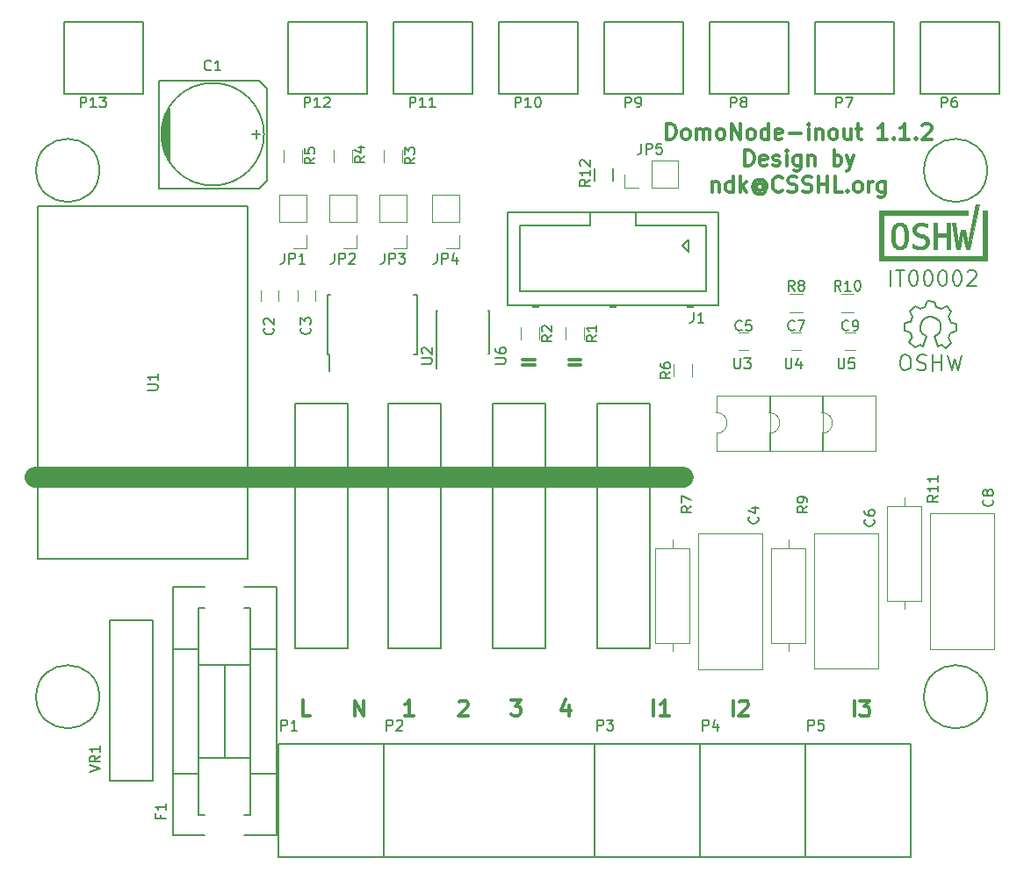
<source format=gto>
G04 #@! TF.FileFunction,Legend,Top*
%FSLAX46Y46*%
G04 Gerber Fmt 4.6, Leading zero omitted, Abs format (unit mm)*
G04 Created by KiCad (PCBNEW 4.0.7-e2-6376~58~ubuntu16.04.1) date Sun May 13 22:13:39 2018*
%MOMM*%
%LPD*%
G01*
G04 APERTURE LIST*
%ADD10C,0.100000*%
%ADD11C,0.300000*%
%ADD12C,2.000000*%
%ADD13C,0.150000*%
%ADD14C,0.120000*%
%ADD15C,0.002540*%
%ADD16C,0.200000*%
G04 APERTURE END LIST*
D10*
D11*
X138874572Y-88030857D02*
X140017429Y-88030857D01*
X140017429Y-88459429D02*
X138874572Y-88459429D01*
X134429572Y-88030857D02*
X135572429Y-88030857D01*
X135572429Y-88459429D02*
X134429572Y-88459429D01*
X166366915Y-122395371D02*
X166366915Y-120895371D01*
X166938344Y-120895371D02*
X167866915Y-120895371D01*
X167366915Y-121466800D01*
X167581201Y-121466800D01*
X167724058Y-121538229D01*
X167795487Y-121609657D01*
X167866915Y-121752514D01*
X167866915Y-122109657D01*
X167795487Y-122252514D01*
X167724058Y-122323943D01*
X167581201Y-122395371D01*
X167152629Y-122395371D01*
X167009772Y-122323943D01*
X166938344Y-122252514D01*
X154682915Y-122395371D02*
X154682915Y-120895371D01*
X155325772Y-121038229D02*
X155397201Y-120966800D01*
X155540058Y-120895371D01*
X155897201Y-120895371D01*
X156040058Y-120966800D01*
X156111487Y-121038229D01*
X156182915Y-121181086D01*
X156182915Y-121323943D01*
X156111487Y-121538229D01*
X155254344Y-122395371D01*
X156182915Y-122395371D01*
X147012115Y-122344571D02*
X147012115Y-120844571D01*
X148512115Y-122344571D02*
X147654972Y-122344571D01*
X148083544Y-122344571D02*
X148083544Y-120844571D01*
X147940687Y-121058857D01*
X147797829Y-121201714D01*
X147654972Y-121273143D01*
D12*
X87376000Y-99314000D02*
X149858000Y-99314000D01*
D11*
X148321714Y-66708571D02*
X148321714Y-65208571D01*
X148678857Y-65208571D01*
X148893142Y-65280000D01*
X149036000Y-65422857D01*
X149107428Y-65565714D01*
X149178857Y-65851429D01*
X149178857Y-66065714D01*
X149107428Y-66351429D01*
X149036000Y-66494286D01*
X148893142Y-66637143D01*
X148678857Y-66708571D01*
X148321714Y-66708571D01*
X150036000Y-66708571D02*
X149893142Y-66637143D01*
X149821714Y-66565714D01*
X149750285Y-66422857D01*
X149750285Y-65994286D01*
X149821714Y-65851429D01*
X149893142Y-65780000D01*
X150036000Y-65708571D01*
X150250285Y-65708571D01*
X150393142Y-65780000D01*
X150464571Y-65851429D01*
X150536000Y-65994286D01*
X150536000Y-66422857D01*
X150464571Y-66565714D01*
X150393142Y-66637143D01*
X150250285Y-66708571D01*
X150036000Y-66708571D01*
X151178857Y-66708571D02*
X151178857Y-65708571D01*
X151178857Y-65851429D02*
X151250285Y-65780000D01*
X151393143Y-65708571D01*
X151607428Y-65708571D01*
X151750285Y-65780000D01*
X151821714Y-65922857D01*
X151821714Y-66708571D01*
X151821714Y-65922857D02*
X151893143Y-65780000D01*
X152036000Y-65708571D01*
X152250285Y-65708571D01*
X152393143Y-65780000D01*
X152464571Y-65922857D01*
X152464571Y-66708571D01*
X153393143Y-66708571D02*
X153250285Y-66637143D01*
X153178857Y-66565714D01*
X153107428Y-66422857D01*
X153107428Y-65994286D01*
X153178857Y-65851429D01*
X153250285Y-65780000D01*
X153393143Y-65708571D01*
X153607428Y-65708571D01*
X153750285Y-65780000D01*
X153821714Y-65851429D01*
X153893143Y-65994286D01*
X153893143Y-66422857D01*
X153821714Y-66565714D01*
X153750285Y-66637143D01*
X153607428Y-66708571D01*
X153393143Y-66708571D01*
X154536000Y-66708571D02*
X154536000Y-65208571D01*
X155393143Y-66708571D01*
X155393143Y-65208571D01*
X156321715Y-66708571D02*
X156178857Y-66637143D01*
X156107429Y-66565714D01*
X156036000Y-66422857D01*
X156036000Y-65994286D01*
X156107429Y-65851429D01*
X156178857Y-65780000D01*
X156321715Y-65708571D01*
X156536000Y-65708571D01*
X156678857Y-65780000D01*
X156750286Y-65851429D01*
X156821715Y-65994286D01*
X156821715Y-66422857D01*
X156750286Y-66565714D01*
X156678857Y-66637143D01*
X156536000Y-66708571D01*
X156321715Y-66708571D01*
X158107429Y-66708571D02*
X158107429Y-65208571D01*
X158107429Y-66637143D02*
X157964572Y-66708571D01*
X157678858Y-66708571D01*
X157536000Y-66637143D01*
X157464572Y-66565714D01*
X157393143Y-66422857D01*
X157393143Y-65994286D01*
X157464572Y-65851429D01*
X157536000Y-65780000D01*
X157678858Y-65708571D01*
X157964572Y-65708571D01*
X158107429Y-65780000D01*
X159393143Y-66637143D02*
X159250286Y-66708571D01*
X158964572Y-66708571D01*
X158821715Y-66637143D01*
X158750286Y-66494286D01*
X158750286Y-65922857D01*
X158821715Y-65780000D01*
X158964572Y-65708571D01*
X159250286Y-65708571D01*
X159393143Y-65780000D01*
X159464572Y-65922857D01*
X159464572Y-66065714D01*
X158750286Y-66208571D01*
X160107429Y-66137143D02*
X161250286Y-66137143D01*
X161964572Y-66708571D02*
X161964572Y-65708571D01*
X161964572Y-65208571D02*
X161893143Y-65280000D01*
X161964572Y-65351429D01*
X162036000Y-65280000D01*
X161964572Y-65208571D01*
X161964572Y-65351429D01*
X162678858Y-65708571D02*
X162678858Y-66708571D01*
X162678858Y-65851429D02*
X162750286Y-65780000D01*
X162893144Y-65708571D01*
X163107429Y-65708571D01*
X163250286Y-65780000D01*
X163321715Y-65922857D01*
X163321715Y-66708571D01*
X164250287Y-66708571D02*
X164107429Y-66637143D01*
X164036001Y-66565714D01*
X163964572Y-66422857D01*
X163964572Y-65994286D01*
X164036001Y-65851429D01*
X164107429Y-65780000D01*
X164250287Y-65708571D01*
X164464572Y-65708571D01*
X164607429Y-65780000D01*
X164678858Y-65851429D01*
X164750287Y-65994286D01*
X164750287Y-66422857D01*
X164678858Y-66565714D01*
X164607429Y-66637143D01*
X164464572Y-66708571D01*
X164250287Y-66708571D01*
X166036001Y-65708571D02*
X166036001Y-66708571D01*
X165393144Y-65708571D02*
X165393144Y-66494286D01*
X165464572Y-66637143D01*
X165607430Y-66708571D01*
X165821715Y-66708571D01*
X165964572Y-66637143D01*
X166036001Y-66565714D01*
X166536001Y-65708571D02*
X167107430Y-65708571D01*
X166750287Y-65208571D02*
X166750287Y-66494286D01*
X166821715Y-66637143D01*
X166964573Y-66708571D01*
X167107430Y-66708571D01*
X169536001Y-66708571D02*
X168678858Y-66708571D01*
X169107430Y-66708571D02*
X169107430Y-65208571D01*
X168964573Y-65422857D01*
X168821715Y-65565714D01*
X168678858Y-65637143D01*
X170178858Y-66565714D02*
X170250286Y-66637143D01*
X170178858Y-66708571D01*
X170107429Y-66637143D01*
X170178858Y-66565714D01*
X170178858Y-66708571D01*
X171678858Y-66708571D02*
X170821715Y-66708571D01*
X171250287Y-66708571D02*
X171250287Y-65208571D01*
X171107430Y-65422857D01*
X170964572Y-65565714D01*
X170821715Y-65637143D01*
X172321715Y-66565714D02*
X172393143Y-66637143D01*
X172321715Y-66708571D01*
X172250286Y-66637143D01*
X172321715Y-66565714D01*
X172321715Y-66708571D01*
X172964572Y-65351429D02*
X173036001Y-65280000D01*
X173178858Y-65208571D01*
X173536001Y-65208571D01*
X173678858Y-65280000D01*
X173750287Y-65351429D01*
X173821715Y-65494286D01*
X173821715Y-65637143D01*
X173750287Y-65851429D01*
X172893144Y-66708571D01*
X173821715Y-66708571D01*
X155857429Y-69258571D02*
X155857429Y-67758571D01*
X156214572Y-67758571D01*
X156428857Y-67830000D01*
X156571715Y-67972857D01*
X156643143Y-68115714D01*
X156714572Y-68401429D01*
X156714572Y-68615714D01*
X156643143Y-68901429D01*
X156571715Y-69044286D01*
X156428857Y-69187143D01*
X156214572Y-69258571D01*
X155857429Y-69258571D01*
X157928857Y-69187143D02*
X157786000Y-69258571D01*
X157500286Y-69258571D01*
X157357429Y-69187143D01*
X157286000Y-69044286D01*
X157286000Y-68472857D01*
X157357429Y-68330000D01*
X157500286Y-68258571D01*
X157786000Y-68258571D01*
X157928857Y-68330000D01*
X158000286Y-68472857D01*
X158000286Y-68615714D01*
X157286000Y-68758571D01*
X158571714Y-69187143D02*
X158714571Y-69258571D01*
X159000286Y-69258571D01*
X159143143Y-69187143D01*
X159214571Y-69044286D01*
X159214571Y-68972857D01*
X159143143Y-68830000D01*
X159000286Y-68758571D01*
X158786000Y-68758571D01*
X158643143Y-68687143D01*
X158571714Y-68544286D01*
X158571714Y-68472857D01*
X158643143Y-68330000D01*
X158786000Y-68258571D01*
X159000286Y-68258571D01*
X159143143Y-68330000D01*
X159857429Y-69258571D02*
X159857429Y-68258571D01*
X159857429Y-67758571D02*
X159786000Y-67830000D01*
X159857429Y-67901429D01*
X159928857Y-67830000D01*
X159857429Y-67758571D01*
X159857429Y-67901429D01*
X161214572Y-68258571D02*
X161214572Y-69472857D01*
X161143143Y-69615714D01*
X161071715Y-69687143D01*
X160928858Y-69758571D01*
X160714572Y-69758571D01*
X160571715Y-69687143D01*
X161214572Y-69187143D02*
X161071715Y-69258571D01*
X160786001Y-69258571D01*
X160643143Y-69187143D01*
X160571715Y-69115714D01*
X160500286Y-68972857D01*
X160500286Y-68544286D01*
X160571715Y-68401429D01*
X160643143Y-68330000D01*
X160786001Y-68258571D01*
X161071715Y-68258571D01*
X161214572Y-68330000D01*
X161928858Y-68258571D02*
X161928858Y-69258571D01*
X161928858Y-68401429D02*
X162000286Y-68330000D01*
X162143144Y-68258571D01*
X162357429Y-68258571D01*
X162500286Y-68330000D01*
X162571715Y-68472857D01*
X162571715Y-69258571D01*
X164428858Y-69258571D02*
X164428858Y-67758571D01*
X164428858Y-68330000D02*
X164571715Y-68258571D01*
X164857429Y-68258571D01*
X165000286Y-68330000D01*
X165071715Y-68401429D01*
X165143144Y-68544286D01*
X165143144Y-68972857D01*
X165071715Y-69115714D01*
X165000286Y-69187143D01*
X164857429Y-69258571D01*
X164571715Y-69258571D01*
X164428858Y-69187143D01*
X165643144Y-68258571D02*
X166000287Y-69258571D01*
X166357429Y-68258571D02*
X166000287Y-69258571D01*
X165857429Y-69615714D01*
X165786001Y-69687143D01*
X165643144Y-69758571D01*
X152714572Y-70808571D02*
X152714572Y-71808571D01*
X152714572Y-70951429D02*
X152786000Y-70880000D01*
X152928858Y-70808571D01*
X153143143Y-70808571D01*
X153286000Y-70880000D01*
X153357429Y-71022857D01*
X153357429Y-71808571D01*
X154714572Y-71808571D02*
X154714572Y-70308571D01*
X154714572Y-71737143D02*
X154571715Y-71808571D01*
X154286001Y-71808571D01*
X154143143Y-71737143D01*
X154071715Y-71665714D01*
X154000286Y-71522857D01*
X154000286Y-71094286D01*
X154071715Y-70951429D01*
X154143143Y-70880000D01*
X154286001Y-70808571D01*
X154571715Y-70808571D01*
X154714572Y-70880000D01*
X155428858Y-71808571D02*
X155428858Y-70308571D01*
X155571715Y-71237143D02*
X156000286Y-71808571D01*
X156000286Y-70808571D02*
X155428858Y-71380000D01*
X157571715Y-71094286D02*
X157500287Y-71022857D01*
X157357430Y-70951429D01*
X157214572Y-70951429D01*
X157071715Y-71022857D01*
X157000287Y-71094286D01*
X156928858Y-71237143D01*
X156928858Y-71380000D01*
X157000287Y-71522857D01*
X157071715Y-71594286D01*
X157214572Y-71665714D01*
X157357430Y-71665714D01*
X157500287Y-71594286D01*
X157571715Y-71522857D01*
X157571715Y-70951429D02*
X157571715Y-71522857D01*
X157643144Y-71594286D01*
X157714572Y-71594286D01*
X157857430Y-71522857D01*
X157928858Y-71380000D01*
X157928858Y-71022857D01*
X157786001Y-70808571D01*
X157571715Y-70665714D01*
X157286001Y-70594286D01*
X157000287Y-70665714D01*
X156786001Y-70808571D01*
X156643144Y-71022857D01*
X156571715Y-71308571D01*
X156643144Y-71594286D01*
X156786001Y-71808571D01*
X157000287Y-71951429D01*
X157286001Y-72022857D01*
X157571715Y-71951429D01*
X157786001Y-71808571D01*
X159428858Y-71665714D02*
X159357429Y-71737143D01*
X159143143Y-71808571D01*
X159000286Y-71808571D01*
X158786001Y-71737143D01*
X158643143Y-71594286D01*
X158571715Y-71451429D01*
X158500286Y-71165714D01*
X158500286Y-70951429D01*
X158571715Y-70665714D01*
X158643143Y-70522857D01*
X158786001Y-70380000D01*
X159000286Y-70308571D01*
X159143143Y-70308571D01*
X159357429Y-70380000D01*
X159428858Y-70451429D01*
X160000286Y-71737143D02*
X160214572Y-71808571D01*
X160571715Y-71808571D01*
X160714572Y-71737143D01*
X160786001Y-71665714D01*
X160857429Y-71522857D01*
X160857429Y-71380000D01*
X160786001Y-71237143D01*
X160714572Y-71165714D01*
X160571715Y-71094286D01*
X160286001Y-71022857D01*
X160143143Y-70951429D01*
X160071715Y-70880000D01*
X160000286Y-70737143D01*
X160000286Y-70594286D01*
X160071715Y-70451429D01*
X160143143Y-70380000D01*
X160286001Y-70308571D01*
X160643143Y-70308571D01*
X160857429Y-70380000D01*
X161428857Y-71737143D02*
X161643143Y-71808571D01*
X162000286Y-71808571D01*
X162143143Y-71737143D01*
X162214572Y-71665714D01*
X162286000Y-71522857D01*
X162286000Y-71380000D01*
X162214572Y-71237143D01*
X162143143Y-71165714D01*
X162000286Y-71094286D01*
X161714572Y-71022857D01*
X161571714Y-70951429D01*
X161500286Y-70880000D01*
X161428857Y-70737143D01*
X161428857Y-70594286D01*
X161500286Y-70451429D01*
X161571714Y-70380000D01*
X161714572Y-70308571D01*
X162071714Y-70308571D01*
X162286000Y-70380000D01*
X162928857Y-71808571D02*
X162928857Y-70308571D01*
X162928857Y-71022857D02*
X163786000Y-71022857D01*
X163786000Y-71808571D02*
X163786000Y-70308571D01*
X165214572Y-71808571D02*
X164500286Y-71808571D01*
X164500286Y-70308571D01*
X165714572Y-71665714D02*
X165786000Y-71737143D01*
X165714572Y-71808571D01*
X165643143Y-71737143D01*
X165714572Y-71665714D01*
X165714572Y-71808571D01*
X166643144Y-71808571D02*
X166500286Y-71737143D01*
X166428858Y-71665714D01*
X166357429Y-71522857D01*
X166357429Y-71094286D01*
X166428858Y-70951429D01*
X166500286Y-70880000D01*
X166643144Y-70808571D01*
X166857429Y-70808571D01*
X167000286Y-70880000D01*
X167071715Y-70951429D01*
X167143144Y-71094286D01*
X167143144Y-71522857D01*
X167071715Y-71665714D01*
X167000286Y-71737143D01*
X166857429Y-71808571D01*
X166643144Y-71808571D01*
X167786001Y-71808571D02*
X167786001Y-70808571D01*
X167786001Y-71094286D02*
X167857429Y-70951429D01*
X167928858Y-70880000D01*
X168071715Y-70808571D01*
X168214572Y-70808571D01*
X169357429Y-70808571D02*
X169357429Y-72022857D01*
X169286000Y-72165714D01*
X169214572Y-72237143D01*
X169071715Y-72308571D01*
X168857429Y-72308571D01*
X168714572Y-72237143D01*
X169357429Y-71737143D02*
X169214572Y-71808571D01*
X168928858Y-71808571D01*
X168786000Y-71737143D01*
X168714572Y-71665714D01*
X168643143Y-71522857D01*
X168643143Y-71094286D01*
X168714572Y-70951429D01*
X168786000Y-70880000D01*
X168928858Y-70808571D01*
X169214572Y-70808571D01*
X169357429Y-70880000D01*
X123923372Y-122344571D02*
X123066229Y-122344571D01*
X123494801Y-122344571D02*
X123494801Y-120844571D01*
X123351944Y-121058857D01*
X123209086Y-121201714D01*
X123066229Y-121273143D01*
X128298629Y-121038229D02*
X128370058Y-120966800D01*
X128512915Y-120895371D01*
X128870058Y-120895371D01*
X129012915Y-120966800D01*
X129084344Y-121038229D01*
X129155772Y-121181086D01*
X129155772Y-121323943D01*
X129084344Y-121538229D01*
X128227201Y-122395371D01*
X129155772Y-122395371D01*
X133307201Y-120844571D02*
X134235772Y-120844571D01*
X133735772Y-121416000D01*
X133950058Y-121416000D01*
X134092915Y-121487429D01*
X134164344Y-121558857D01*
X134235772Y-121701714D01*
X134235772Y-122058857D01*
X134164344Y-122201714D01*
X134092915Y-122273143D01*
X133950058Y-122344571D01*
X133521486Y-122344571D01*
X133378629Y-122273143D01*
X133307201Y-122201714D01*
X138868115Y-121344571D02*
X138868115Y-122344571D01*
X138510972Y-120773143D02*
X138153829Y-121844571D01*
X139082401Y-121844571D01*
X113951486Y-122344571D02*
X113237200Y-122344571D01*
X113237200Y-120844571D01*
X118189429Y-122395371D02*
X118189429Y-120895371D01*
X119046572Y-122395371D01*
X119046572Y-120895371D01*
D13*
X87690000Y-107170000D02*
X107890000Y-107170000D01*
X87690000Y-73170000D02*
X87690000Y-107170000D01*
X87890000Y-73170000D02*
X87690000Y-73170000D01*
X107890000Y-73170000D02*
X87890000Y-73170000D01*
X107890000Y-107170000D02*
X107890000Y-73170000D01*
X153279000Y-73762000D02*
X153279000Y-82702000D01*
X153279000Y-82702000D02*
X132979000Y-82702000D01*
X132979000Y-82702000D02*
X132979000Y-73762000D01*
X132979000Y-73762000D02*
X153279000Y-73762000D01*
X145354000Y-73762000D02*
X145354000Y-75062000D01*
X145354000Y-75062000D02*
X152079000Y-75062000D01*
X152079000Y-75062000D02*
X152079000Y-81402000D01*
X152079000Y-81402000D02*
X134179000Y-81402000D01*
X134179000Y-81402000D02*
X134179000Y-75062000D01*
X134179000Y-75062000D02*
X140904000Y-75062000D01*
X140904000Y-75062000D02*
X140904000Y-73762000D01*
X143379000Y-82702000D02*
X143379000Y-82902000D01*
X143379000Y-82902000D02*
X142879000Y-82902000D01*
X142879000Y-82902000D02*
X142879000Y-82702000D01*
X143379000Y-82802000D02*
X142879000Y-82802000D01*
X135899000Y-82702000D02*
X135899000Y-82902000D01*
X135899000Y-82902000D02*
X135399000Y-82902000D01*
X135399000Y-82902000D02*
X135399000Y-82702000D01*
X135899000Y-82802000D02*
X135399000Y-82802000D01*
X150859000Y-82702000D02*
X150859000Y-82902000D01*
X150859000Y-82902000D02*
X150359000Y-82902000D01*
X150359000Y-82902000D02*
X150359000Y-82702000D01*
X150859000Y-82802000D02*
X150359000Y-82802000D01*
X150409000Y-76362000D02*
X150409000Y-77562000D01*
X150409000Y-77562000D02*
X149809000Y-76962000D01*
X149809000Y-76962000D02*
X150409000Y-76362000D01*
X103164640Y-127919480D02*
X100662740Y-127919480D01*
X110665260Y-127919480D02*
X108163360Y-127919480D01*
X110665260Y-115920520D02*
X108163360Y-115920520D01*
X100662740Y-115920520D02*
X103164640Y-115920520D01*
X105664000Y-126420880D02*
X105664000Y-117419120D01*
X103164640Y-126420880D02*
X108163360Y-126420880D01*
X103164640Y-117419120D02*
X108163360Y-117419120D01*
X103764080Y-111920020D02*
X103164640Y-111920020D01*
X107563920Y-131919980D02*
X108163360Y-131919980D01*
X108163360Y-131919980D02*
X108163360Y-111920020D01*
X108163360Y-111920020D02*
X107563920Y-111920020D01*
X103164640Y-111920020D02*
X103164640Y-131919980D01*
X103164640Y-131919980D02*
X103764080Y-131919980D01*
X103764080Y-109921040D02*
X100662740Y-109921040D01*
X107563920Y-133918960D02*
X110665260Y-133918960D01*
X110665260Y-133918960D02*
X110665260Y-109921040D01*
X110665260Y-109921040D02*
X107563920Y-109921040D01*
X100662740Y-109921040D02*
X100662740Y-133918960D01*
X100662740Y-133918960D02*
X103764080Y-133918960D01*
X94586000Y-113094000D02*
X94586000Y-128594000D01*
X98786000Y-113094000D02*
X98786000Y-128594000D01*
X98786000Y-128594000D02*
X94586000Y-128594000D01*
X98786000Y-113094000D02*
X94586000Y-113094000D01*
X99695000Y-67246500D02*
X99695000Y-65214500D01*
X99822000Y-64833500D02*
X99822000Y-67754500D01*
X99949000Y-68008500D02*
X99949000Y-64452500D01*
X100076000Y-64071500D02*
X100076000Y-68389500D01*
X100203000Y-68643500D02*
X100203000Y-63817500D01*
X100330000Y-63690500D02*
X100330000Y-68770500D01*
X99314000Y-61023500D02*
X99314000Y-71437500D01*
X99314000Y-71437500D02*
X108966000Y-71437500D01*
X108966000Y-71437500D02*
X109728000Y-70675500D01*
X109728000Y-70675500D02*
X109728000Y-61785500D01*
X109728000Y-61785500D02*
X108966000Y-61023500D01*
X108966000Y-61023500D02*
X99314000Y-61023500D01*
X109093000Y-66230500D02*
X108331000Y-66230500D01*
X108712000Y-65849500D02*
X108712000Y-66611500D01*
X109474000Y-66230500D02*
G75*
G03X109474000Y-66230500I-4953000J0D01*
G01*
D14*
X110832000Y-82288000D02*
X110832000Y-81288000D01*
X109132000Y-81288000D02*
X109132000Y-82288000D01*
X114388000Y-82288000D02*
X114388000Y-81288000D01*
X112688000Y-81288000D02*
X112688000Y-82288000D01*
X140326000Y-84871000D02*
X140326000Y-86071000D01*
X138566000Y-86071000D02*
X138566000Y-84871000D01*
X136008000Y-84871000D02*
X136008000Y-86071000D01*
X134248000Y-86071000D02*
X134248000Y-84871000D01*
X122800000Y-67726000D02*
X122800000Y-68926000D01*
X121040000Y-68926000D02*
X121040000Y-67726000D01*
X117974000Y-67726000D02*
X117974000Y-68926000D01*
X116214000Y-68926000D02*
X116214000Y-67726000D01*
X113148000Y-67726000D02*
X113148000Y-68926000D01*
X111388000Y-68926000D02*
X111388000Y-67726000D01*
D13*
X115563000Y-87457000D02*
X115788000Y-87457000D01*
X115563000Y-81707000D02*
X115863000Y-81707000D01*
X124213000Y-81707000D02*
X123913000Y-81707000D01*
X124213000Y-87457000D02*
X123913000Y-87457000D01*
X115563000Y-87457000D02*
X115563000Y-81707000D01*
X124213000Y-87457000D02*
X124213000Y-81707000D01*
X115788000Y-87457000D02*
X115788000Y-89057000D01*
D14*
X156202000Y-85383000D02*
X155202000Y-85383000D01*
X155202000Y-87083000D02*
X156202000Y-87083000D01*
X161282000Y-85383000D02*
X160282000Y-85383000D01*
X160282000Y-87083000D02*
X161282000Y-87083000D01*
X166489000Y-85383000D02*
X165489000Y-85383000D01*
X165489000Y-87083000D02*
X166489000Y-87083000D01*
X150740000Y-88427000D02*
X150740000Y-89627000D01*
X148980000Y-89627000D02*
X148980000Y-88427000D01*
X150504000Y-106184000D02*
X147184000Y-106184000D01*
X147184000Y-106184000D02*
X147184000Y-115304000D01*
X147184000Y-115304000D02*
X150504000Y-115304000D01*
X150504000Y-115304000D02*
X150504000Y-106184000D01*
X148844000Y-105374000D02*
X148844000Y-106184000D01*
X148844000Y-116114000D02*
X148844000Y-115304000D01*
X160182000Y-81670000D02*
X161382000Y-81670000D01*
X161382000Y-83430000D02*
X160182000Y-83430000D01*
X161680000Y-106184000D02*
X158360000Y-106184000D01*
X158360000Y-106184000D02*
X158360000Y-115304000D01*
X158360000Y-115304000D02*
X161680000Y-115304000D01*
X161680000Y-115304000D02*
X161680000Y-106184000D01*
X160020000Y-105374000D02*
X160020000Y-106184000D01*
X160020000Y-116114000D02*
X160020000Y-115304000D01*
X166335000Y-83430000D02*
X165135000Y-83430000D01*
X165135000Y-81670000D02*
X166335000Y-81670000D01*
X172856000Y-102120000D02*
X169536000Y-102120000D01*
X169536000Y-102120000D02*
X169536000Y-111240000D01*
X169536000Y-111240000D02*
X172856000Y-111240000D01*
X172856000Y-111240000D02*
X172856000Y-102120000D01*
X171196000Y-101310000D02*
X171196000Y-102120000D01*
X171196000Y-112050000D02*
X171196000Y-111240000D01*
X113598000Y-72076000D02*
X110938000Y-72076000D01*
X113598000Y-74676000D02*
X113598000Y-72076000D01*
X110938000Y-74676000D02*
X110938000Y-72076000D01*
X113598000Y-74676000D02*
X110938000Y-74676000D01*
X113598000Y-75946000D02*
X113598000Y-77276000D01*
X113598000Y-77276000D02*
X112268000Y-77276000D01*
X118424000Y-72076000D02*
X115764000Y-72076000D01*
X118424000Y-74676000D02*
X118424000Y-72076000D01*
X115764000Y-74676000D02*
X115764000Y-72076000D01*
X118424000Y-74676000D02*
X115764000Y-74676000D01*
X118424000Y-75946000D02*
X118424000Y-77276000D01*
X118424000Y-77276000D02*
X117094000Y-77276000D01*
X123250000Y-72076000D02*
X120590000Y-72076000D01*
X123250000Y-74676000D02*
X123250000Y-72076000D01*
X120590000Y-74676000D02*
X120590000Y-72076000D01*
X123250000Y-74676000D02*
X120590000Y-74676000D01*
X123250000Y-75946000D02*
X123250000Y-77276000D01*
X123250000Y-77276000D02*
X121920000Y-77276000D01*
X128330000Y-72076000D02*
X125670000Y-72076000D01*
X128330000Y-74676000D02*
X128330000Y-72076000D01*
X125670000Y-74676000D02*
X125670000Y-72076000D01*
X128330000Y-74676000D02*
X125670000Y-74676000D01*
X128330000Y-75946000D02*
X128330000Y-77276000D01*
X128330000Y-77276000D02*
X127000000Y-77276000D01*
D13*
X126076000Y-87419000D02*
X126126000Y-87419000D01*
X126076000Y-83269000D02*
X126221000Y-83269000D01*
X131226000Y-83269000D02*
X131081000Y-83269000D01*
X131226000Y-87419000D02*
X131081000Y-87419000D01*
X126076000Y-87419000D02*
X126076000Y-83269000D01*
X131226000Y-87419000D02*
X131226000Y-83269000D01*
X126126000Y-87419000D02*
X126126000Y-88819000D01*
X141579600Y-92202000D02*
X141579600Y-92710000D01*
X146659600Y-92202000D02*
X146659600Y-92710000D01*
X141579600Y-115570000D02*
X141579600Y-115824000D01*
X146659600Y-115570000D02*
X146659600Y-115824000D01*
X146659600Y-92710000D02*
X146659600Y-115570000D01*
X146659600Y-115824000D02*
X141579600Y-115824000D01*
X141579600Y-115570000D02*
X141579600Y-92710000D01*
X141579600Y-92202000D02*
X146659600Y-92202000D01*
X121462800Y-92202000D02*
X121462800Y-92710000D01*
X126542800Y-92202000D02*
X126542800Y-92710000D01*
X121462800Y-115570000D02*
X121462800Y-115824000D01*
X126542800Y-115570000D02*
X126542800Y-115824000D01*
X126542800Y-92710000D02*
X126542800Y-115570000D01*
X126542800Y-115824000D02*
X121462800Y-115824000D01*
X121462800Y-115570000D02*
X121462800Y-92710000D01*
X121462800Y-92202000D02*
X126542800Y-92202000D01*
X112471200Y-92202000D02*
X112471200Y-92710000D01*
X117551200Y-92202000D02*
X117551200Y-92710000D01*
X112471200Y-115570000D02*
X112471200Y-115824000D01*
X117551200Y-115570000D02*
X117551200Y-115824000D01*
X117551200Y-92710000D02*
X117551200Y-115570000D01*
X117551200Y-115824000D02*
X112471200Y-115824000D01*
X112471200Y-115570000D02*
X112471200Y-92710000D01*
X112471200Y-92202000D02*
X117551200Y-92202000D01*
X131521200Y-92202000D02*
X131521200Y-92710000D01*
X136601200Y-92202000D02*
X136601200Y-92710000D01*
X131521200Y-115570000D02*
X131521200Y-115824000D01*
X136601200Y-115570000D02*
X136601200Y-115824000D01*
X136601200Y-92710000D02*
X136601200Y-115570000D01*
X136601200Y-115824000D02*
X131521200Y-115824000D01*
X131521200Y-115570000D02*
X131521200Y-92710000D01*
X131521200Y-92202000D02*
X136601200Y-92202000D01*
X175404780Y-87525860D02*
X175765460Y-88996520D01*
X175765460Y-88996520D02*
X176044860Y-87934800D01*
X176044860Y-87934800D02*
X176354740Y-89006680D01*
X176354740Y-89006680D02*
X176695100Y-87556340D01*
X173984920Y-88216740D02*
X174774860Y-88206580D01*
X174774860Y-88206580D02*
X174785020Y-88216740D01*
X174785020Y-88216740D02*
X174785020Y-88206580D01*
X174825660Y-87495380D02*
X174825660Y-89037160D01*
X173936660Y-87485220D02*
X173936660Y-89054940D01*
X173936660Y-89054940D02*
X173946820Y-89044780D01*
X173385480Y-87586820D02*
X173034960Y-87505540D01*
X173034960Y-87505540D02*
X172714920Y-87495380D01*
X172714920Y-87495380D02*
X172476160Y-87696040D01*
X172476160Y-87696040D02*
X172445680Y-87965280D01*
X172445680Y-87965280D02*
X172686980Y-88206580D01*
X172686980Y-88206580D02*
X173075600Y-88336120D01*
X173075600Y-88336120D02*
X173255940Y-88496140D01*
X173255940Y-88496140D02*
X173296580Y-88795860D01*
X173296580Y-88795860D02*
X173065440Y-89016840D01*
X173065440Y-89016840D02*
X172745400Y-89044780D01*
X172745400Y-89044780D02*
X172394880Y-88935560D01*
X171356020Y-87485220D02*
X171107100Y-87505540D01*
X171107100Y-87505540D02*
X170865800Y-87746840D01*
X170865800Y-87746840D02*
X170776900Y-88237060D01*
X170776900Y-88237060D02*
X170804840Y-88585040D01*
X170804840Y-88585040D02*
X171005500Y-88905080D01*
X171005500Y-88905080D02*
X171256960Y-89027000D01*
X171256960Y-89027000D02*
X171566840Y-88955880D01*
X171566840Y-88955880D02*
X171785280Y-88775540D01*
X171785280Y-88775540D02*
X171856400Y-88315800D01*
X171856400Y-88315800D02*
X171805600Y-87906860D01*
X171805600Y-87906860D02*
X171696380Y-87624920D01*
X171696380Y-87624920D02*
X171335700Y-87495380D01*
X171955460Y-85765640D02*
X171696380Y-86326980D01*
X171696380Y-86326980D02*
X172234860Y-86845140D01*
X172234860Y-86845140D02*
X172755560Y-86575900D01*
X172755560Y-86575900D02*
X173034960Y-86735920D01*
X174475140Y-86715600D02*
X174805340Y-86525100D01*
X174805340Y-86525100D02*
X175244760Y-86855300D01*
X175244760Y-86855300D02*
X175717200Y-86365080D01*
X175717200Y-86365080D02*
X175435260Y-85885020D01*
X175435260Y-85885020D02*
X175625760Y-85415120D01*
X175625760Y-85415120D02*
X176235360Y-85227160D01*
X176235360Y-85227160D02*
X176235360Y-84546440D01*
X176235360Y-84546440D02*
X175676560Y-84406740D01*
X175676560Y-84406740D02*
X175475900Y-83835240D01*
X175475900Y-83835240D02*
X175745140Y-83365340D01*
X175745140Y-83365340D02*
X175275240Y-82854800D01*
X175275240Y-82854800D02*
X174757080Y-83116420D01*
X174757080Y-83116420D02*
X174287180Y-82915760D01*
X174287180Y-82915760D02*
X174117000Y-82374740D01*
X174117000Y-82374740D02*
X173426120Y-82356960D01*
X173426120Y-82356960D02*
X173215300Y-82905600D01*
X173215300Y-82905600D02*
X172796200Y-83075780D01*
X172796200Y-83075780D02*
X172245020Y-82806540D01*
X172245020Y-82806540D02*
X171726860Y-83334860D01*
X171726860Y-83334860D02*
X171975780Y-83875880D01*
X171975780Y-83875880D02*
X171805600Y-84355940D01*
X171805600Y-84355940D02*
X171256960Y-84455000D01*
X171256960Y-84455000D02*
X171246800Y-85156040D01*
X171246800Y-85156040D02*
X171805600Y-85356700D01*
X171805600Y-85356700D02*
X171945300Y-85755480D01*
X174086520Y-85735160D02*
X174386240Y-85585300D01*
X174386240Y-85585300D02*
X174586900Y-85387180D01*
X174586900Y-85387180D02*
X174736760Y-84985860D01*
X174736760Y-84985860D02*
X174736760Y-84587080D01*
X174736760Y-84587080D02*
X174586900Y-84236560D01*
X174586900Y-84236560D02*
X174134780Y-83886040D01*
X174134780Y-83886040D02*
X173685200Y-83835240D01*
X173685200Y-83835240D02*
X173286420Y-83936840D01*
X173286420Y-83936840D02*
X172885100Y-84284820D01*
X172885100Y-84284820D02*
X172735240Y-84736940D01*
X172735240Y-84736940D02*
X172786040Y-85234780D01*
X172786040Y-85234780D02*
X173034960Y-85537040D01*
X173034960Y-85537040D02*
X173385480Y-85735160D01*
X173385480Y-85735160D02*
X173034960Y-86735920D01*
X174086520Y-85735160D02*
X174485300Y-86735920D01*
X141365000Y-70704000D02*
X141365000Y-69504000D01*
X143115000Y-69504000D02*
X143115000Y-70704000D01*
X93599000Y-120523000D02*
G75*
G03X93599000Y-120523000I-3048000J0D01*
G01*
X179199645Y-120523000D02*
G75*
G03X179199645Y-120523000I-3050645J0D01*
G01*
X179197000Y-69723000D02*
G75*
G03X179197000Y-69723000I-3048000J0D01*
G01*
X93599000Y-69723000D02*
G75*
G03X93599000Y-69723000I-3048000J0D01*
G01*
D14*
X149412000Y-71434000D02*
X149412000Y-68774000D01*
X146812000Y-71434000D02*
X149412000Y-71434000D01*
X146812000Y-68774000D02*
X149412000Y-68774000D01*
X146812000Y-71434000D02*
X146812000Y-68774000D01*
X145542000Y-71434000D02*
X144212000Y-71434000D01*
X144212000Y-71434000D02*
X144212000Y-70104000D01*
D13*
X111760000Y-62357000D02*
X119380000Y-62357000D01*
X119380000Y-62357000D02*
X119380000Y-55372000D01*
X119380000Y-55372000D02*
X111760000Y-55372000D01*
X111760000Y-55372000D02*
X111760000Y-62357000D01*
X121920000Y-62357000D02*
X129540000Y-62357000D01*
X129540000Y-62357000D02*
X129540000Y-55372000D01*
X129540000Y-55372000D02*
X121920000Y-55372000D01*
X121920000Y-55372000D02*
X121920000Y-62357000D01*
X132080000Y-62357000D02*
X139700000Y-62357000D01*
X139700000Y-62357000D02*
X139700000Y-55372000D01*
X139700000Y-55372000D02*
X132080000Y-55372000D01*
X132080000Y-55372000D02*
X132080000Y-62357000D01*
X152400000Y-62357000D02*
X160020000Y-62357000D01*
X160020000Y-62357000D02*
X160020000Y-55372000D01*
X160020000Y-55372000D02*
X152400000Y-55372000D01*
X152400000Y-55372000D02*
X152400000Y-62357000D01*
X162560000Y-62357000D02*
X170180000Y-62357000D01*
X170180000Y-62357000D02*
X170180000Y-55372000D01*
X170180000Y-55372000D02*
X162560000Y-55372000D01*
X162560000Y-55372000D02*
X162560000Y-62357000D01*
X172720000Y-62357000D02*
X180340000Y-62357000D01*
X180340000Y-62357000D02*
X180340000Y-55372000D01*
X180340000Y-55372000D02*
X172720000Y-55372000D01*
X172720000Y-55372000D02*
X172720000Y-62357000D01*
X90170000Y-62357000D02*
X97790000Y-62357000D01*
X97790000Y-62357000D02*
X97790000Y-55372000D01*
X97790000Y-55372000D02*
X90170000Y-55372000D01*
X90170000Y-55372000D02*
X90170000Y-62357000D01*
X142240000Y-62357000D02*
X149860000Y-62357000D01*
X149860000Y-62357000D02*
X149860000Y-55372000D01*
X149860000Y-55372000D02*
X142240000Y-55372000D01*
X142240000Y-55372000D02*
X142240000Y-62357000D01*
D15*
G36*
X168784323Y-73600190D02*
X168784323Y-73811857D01*
X168784323Y-78190711D01*
X168784323Y-78402378D01*
X168995990Y-78402378D01*
X178984010Y-78402378D01*
X179195677Y-78402378D01*
X179195677Y-78190711D01*
X179195677Y-73600190D01*
X178781431Y-73600190D01*
X178772344Y-77979045D01*
X169207656Y-77979045D01*
X169207656Y-74023524D01*
X177345799Y-74023524D01*
X177345799Y-73600190D01*
X168995990Y-73600190D01*
X168784323Y-73600190D01*
X168784323Y-73600190D01*
G37*
X168784323Y-73600190D02*
X168784323Y-73811857D01*
X168784323Y-78190711D01*
X168784323Y-78402378D01*
X168995990Y-78402378D01*
X178984010Y-78402378D01*
X179195677Y-78402378D01*
X179195677Y-78190711D01*
X179195677Y-73600190D01*
X178781431Y-73600190D01*
X178772344Y-77979045D01*
X169207656Y-77979045D01*
X169207656Y-74023524D01*
X177345799Y-74023524D01*
X177345799Y-73600190D01*
X168995990Y-73600190D01*
X168784323Y-73600190D01*
G36*
X171227039Y-76052994D02*
X171575958Y-76052994D01*
X171572753Y-76209108D01*
X171563141Y-76354991D01*
X171547121Y-76490642D01*
X171524693Y-76616060D01*
X171495858Y-76731247D01*
X171460615Y-76836202D01*
X171418964Y-76930925D01*
X171370906Y-77015416D01*
X171297134Y-77112430D01*
X171211420Y-77191805D01*
X171113763Y-77253541D01*
X171004163Y-77297638D01*
X170882620Y-77324096D01*
X170749135Y-77332916D01*
X170615649Y-77324142D01*
X170494105Y-77297822D01*
X170384506Y-77253954D01*
X170286849Y-77192539D01*
X170201135Y-77113578D01*
X170127364Y-77017069D01*
X170079693Y-76932914D01*
X170038377Y-76838372D01*
X170003418Y-76733444D01*
X169974815Y-76618128D01*
X169952569Y-76492425D01*
X169936678Y-76356335D01*
X169927144Y-76209858D01*
X169923966Y-76052994D01*
X169927144Y-75896492D01*
X169936678Y-75750274D01*
X169952569Y-75614340D01*
X169974815Y-75488689D01*
X170003418Y-75373321D01*
X170038377Y-75268237D01*
X170079693Y-75173436D01*
X170127364Y-75088918D01*
X170201594Y-74991905D01*
X170287584Y-74912531D01*
X170385332Y-74850795D01*
X170494841Y-74806698D01*
X170616108Y-74780239D01*
X170749135Y-74771418D01*
X170882620Y-74780239D01*
X171004163Y-74806698D01*
X171113763Y-74850795D01*
X171211420Y-74912531D01*
X171297134Y-74991905D01*
X171370906Y-75088918D01*
X171418964Y-75173436D01*
X171460615Y-75268237D01*
X171495858Y-75373321D01*
X171524693Y-75488689D01*
X171547121Y-75614340D01*
X171563141Y-75750274D01*
X171572753Y-75896492D01*
X171575958Y-76052994D01*
X171227039Y-76052994D01*
X171223915Y-75880280D01*
X171214544Y-75724838D01*
X171198926Y-75586667D01*
X171177061Y-75465767D01*
X171148949Y-75362138D01*
X171114591Y-75275780D01*
X171050201Y-75173772D01*
X170967829Y-75100909D01*
X170867473Y-75057190D01*
X170749135Y-75042616D01*
X170631415Y-75057190D01*
X170531266Y-75100909D01*
X170448688Y-75173772D01*
X170383679Y-75275780D01*
X170349825Y-75362138D01*
X170322126Y-75465767D01*
X170300583Y-75586667D01*
X170285195Y-75724838D01*
X170275962Y-75880280D01*
X170272885Y-76052994D01*
X170275962Y-76225203D01*
X170285195Y-76380232D01*
X170300583Y-76518082D01*
X170322126Y-76638752D01*
X170349825Y-76742243D01*
X170383679Y-76828554D01*
X170448688Y-76930563D01*
X170531266Y-77003427D01*
X170631415Y-77047145D01*
X170749135Y-77061718D01*
X170867473Y-77047249D01*
X170967829Y-77003840D01*
X171050201Y-76931493D01*
X171114591Y-76830208D01*
X171148949Y-76743851D01*
X171177061Y-76640222D01*
X171198926Y-76519322D01*
X171214544Y-76381151D01*
X171223915Y-76225708D01*
X171227039Y-76052994D01*
X171227039Y-76052994D01*
G37*
X171227039Y-76052994D02*
X171575958Y-76052994D01*
X171572753Y-76209108D01*
X171563141Y-76354991D01*
X171547121Y-76490642D01*
X171524693Y-76616060D01*
X171495858Y-76731247D01*
X171460615Y-76836202D01*
X171418964Y-76930925D01*
X171370906Y-77015416D01*
X171297134Y-77112430D01*
X171211420Y-77191805D01*
X171113763Y-77253541D01*
X171004163Y-77297638D01*
X170882620Y-77324096D01*
X170749135Y-77332916D01*
X170615649Y-77324142D01*
X170494105Y-77297822D01*
X170384506Y-77253954D01*
X170286849Y-77192539D01*
X170201135Y-77113578D01*
X170127364Y-77017069D01*
X170079693Y-76932914D01*
X170038377Y-76838372D01*
X170003418Y-76733444D01*
X169974815Y-76618128D01*
X169952569Y-76492425D01*
X169936678Y-76356335D01*
X169927144Y-76209858D01*
X169923966Y-76052994D01*
X169927144Y-75896492D01*
X169936678Y-75750274D01*
X169952569Y-75614340D01*
X169974815Y-75488689D01*
X170003418Y-75373321D01*
X170038377Y-75268237D01*
X170079693Y-75173436D01*
X170127364Y-75088918D01*
X170201594Y-74991905D01*
X170287584Y-74912531D01*
X170385332Y-74850795D01*
X170494841Y-74806698D01*
X170616108Y-74780239D01*
X170749135Y-74771418D01*
X170882620Y-74780239D01*
X171004163Y-74806698D01*
X171113763Y-74850795D01*
X171211420Y-74912531D01*
X171297134Y-74991905D01*
X171370906Y-75088918D01*
X171418964Y-75173436D01*
X171460615Y-75268237D01*
X171495858Y-75373321D01*
X171524693Y-75488689D01*
X171547121Y-75614340D01*
X171563141Y-75750274D01*
X171572753Y-75896492D01*
X171575958Y-76052994D01*
X171227039Y-76052994D01*
X171223915Y-75880280D01*
X171214544Y-75724838D01*
X171198926Y-75586667D01*
X171177061Y-75465767D01*
X171148949Y-75362138D01*
X171114591Y-75275780D01*
X171050201Y-75173772D01*
X170967829Y-75100909D01*
X170867473Y-75057190D01*
X170749135Y-75042616D01*
X170631415Y-75057190D01*
X170531266Y-75100909D01*
X170448688Y-75173772D01*
X170383679Y-75275780D01*
X170349825Y-75362138D01*
X170322126Y-75465767D01*
X170300583Y-75586667D01*
X170285195Y-75724838D01*
X170275962Y-75880280D01*
X170272885Y-76052994D01*
X170275962Y-76225203D01*
X170285195Y-76380232D01*
X170300583Y-76518082D01*
X170322126Y-76638752D01*
X170349825Y-76742243D01*
X170383679Y-76828554D01*
X170448688Y-76930563D01*
X170531266Y-77003427D01*
X170631415Y-77047145D01*
X170749135Y-77061718D01*
X170867473Y-77047249D01*
X170967829Y-77003840D01*
X171050201Y-76931493D01*
X171114591Y-76830208D01*
X171148949Y-76743851D01*
X171177061Y-76640222D01*
X171198926Y-76519322D01*
X171214544Y-76381151D01*
X171223915Y-76225708D01*
X171227039Y-76052994D01*
G36*
X173441270Y-74900402D02*
X173441270Y-75239400D01*
X173339662Y-75179687D01*
X173237687Y-75130628D01*
X173135346Y-75092225D01*
X173033554Y-75064666D01*
X172931028Y-75048130D01*
X172827768Y-75042616D01*
X172681144Y-75054928D01*
X172556569Y-75091860D01*
X172454044Y-75153410D01*
X172377792Y-75234808D01*
X172332041Y-75333475D01*
X172316791Y-75449413D01*
X172339115Y-75593695D01*
X172406088Y-75699114D01*
X172483993Y-75753318D01*
X172596441Y-75801273D01*
X172743432Y-75842981D01*
X172918718Y-75882668D01*
X173050083Y-75918784D01*
X173166367Y-75962309D01*
X173267570Y-76013241D01*
X173353693Y-76071581D01*
X173424734Y-76137329D01*
X173494186Y-76232001D01*
X173543795Y-76342382D01*
X173573561Y-76468473D01*
X173583484Y-76610272D01*
X173574752Y-76744482D01*
X173548558Y-76865331D01*
X173504902Y-76972818D01*
X173443783Y-77066943D01*
X173365203Y-77147708D01*
X173269952Y-77214383D01*
X173158827Y-77266241D01*
X173031827Y-77303283D01*
X172888952Y-77325508D01*
X172730203Y-77332916D01*
X172614263Y-77328690D01*
X172497957Y-77316012D01*
X172381283Y-77294881D01*
X172264242Y-77266402D01*
X172146833Y-77229471D01*
X172029057Y-77184087D01*
X172029057Y-76828554D01*
X172153448Y-76901866D01*
X172273061Y-76960846D01*
X172387898Y-77005494D01*
X172501632Y-77036730D01*
X172615733Y-77055471D01*
X172730203Y-77061718D01*
X172849678Y-77054690D01*
X172955098Y-77033606D01*
X173046462Y-76998466D01*
X173123770Y-76949270D01*
X173201858Y-76863281D01*
X173248712Y-76757447D01*
X173264330Y-76631770D01*
X173253489Y-76518036D01*
X173220967Y-76423778D01*
X173166766Y-76348996D01*
X173086838Y-76288914D01*
X172974941Y-76238754D01*
X172831075Y-76198514D01*
X172652481Y-76157173D01*
X172522438Y-76122910D01*
X172407477Y-76082297D01*
X172307597Y-76035334D01*
X172222798Y-75982020D01*
X172153080Y-75922356D01*
X172085074Y-75837091D01*
X172036498Y-75738389D01*
X172007353Y-75626251D01*
X171997637Y-75500676D01*
X172006501Y-75373677D01*
X172033091Y-75257261D01*
X172077409Y-75151428D01*
X172139454Y-75056177D01*
X172219226Y-74971510D01*
X172314344Y-74899478D01*
X172421103Y-74843453D01*
X172539504Y-74803435D01*
X172669547Y-74779423D01*
X172811231Y-74771418D01*
X172907693Y-74775095D01*
X173007463Y-74786119D01*
X173110541Y-74804491D01*
X173217108Y-74829114D01*
X173327351Y-74861084D01*
X173441270Y-74900402D01*
X173441270Y-74900402D01*
G37*
X173441270Y-74900402D02*
X173441270Y-75239400D01*
X173339662Y-75179687D01*
X173237687Y-75130628D01*
X173135346Y-75092225D01*
X173033554Y-75064666D01*
X172931028Y-75048130D01*
X172827768Y-75042616D01*
X172681144Y-75054928D01*
X172556569Y-75091860D01*
X172454044Y-75153410D01*
X172377792Y-75234808D01*
X172332041Y-75333475D01*
X172316791Y-75449413D01*
X172339115Y-75593695D01*
X172406088Y-75699114D01*
X172483993Y-75753318D01*
X172596441Y-75801273D01*
X172743432Y-75842981D01*
X172918718Y-75882668D01*
X173050083Y-75918784D01*
X173166367Y-75962309D01*
X173267570Y-76013241D01*
X173353693Y-76071581D01*
X173424734Y-76137329D01*
X173494186Y-76232001D01*
X173543795Y-76342382D01*
X173573561Y-76468473D01*
X173583484Y-76610272D01*
X173574752Y-76744482D01*
X173548558Y-76865331D01*
X173504902Y-76972818D01*
X173443783Y-77066943D01*
X173365203Y-77147708D01*
X173269952Y-77214383D01*
X173158827Y-77266241D01*
X173031827Y-77303283D01*
X172888952Y-77325508D01*
X172730203Y-77332916D01*
X172614263Y-77328690D01*
X172497957Y-77316012D01*
X172381283Y-77294881D01*
X172264242Y-77266402D01*
X172146833Y-77229471D01*
X172029057Y-77184087D01*
X172029057Y-76828554D01*
X172153448Y-76901866D01*
X172273061Y-76960846D01*
X172387898Y-77005494D01*
X172501632Y-77036730D01*
X172615733Y-77055471D01*
X172730203Y-77061718D01*
X172849678Y-77054690D01*
X172955098Y-77033606D01*
X173046462Y-76998466D01*
X173123770Y-76949270D01*
X173201858Y-76863281D01*
X173248712Y-76757447D01*
X173264330Y-76631770D01*
X173253489Y-76518036D01*
X173220967Y-76423778D01*
X173166766Y-76348996D01*
X173086838Y-76288914D01*
X172974941Y-76238754D01*
X172831075Y-76198514D01*
X172652481Y-76157173D01*
X172522438Y-76122910D01*
X172407477Y-76082297D01*
X172307597Y-76035334D01*
X172222798Y-75982020D01*
X172153080Y-75922356D01*
X172085074Y-75837091D01*
X172036498Y-75738389D01*
X172007353Y-75626251D01*
X171997637Y-75500676D01*
X172006501Y-75373677D01*
X172033091Y-75257261D01*
X172077409Y-75151428D01*
X172139454Y-75056177D01*
X172219226Y-74971510D01*
X172314344Y-74899478D01*
X172421103Y-74843453D01*
X172539504Y-74803435D01*
X172669547Y-74779423D01*
X172811231Y-74771418D01*
X172907693Y-74775095D01*
X173007463Y-74786119D01*
X173110541Y-74804491D01*
X173217108Y-74829114D01*
X173327351Y-74861084D01*
X173441270Y-74900402D01*
G36*
X174031622Y-74816067D02*
X174367312Y-74816067D01*
X174367312Y-75828098D01*
X175281778Y-75828098D01*
X175281778Y-74816067D01*
X175617468Y-74816067D01*
X175617468Y-77284960D01*
X175281778Y-77284960D01*
X175281778Y-76109218D01*
X174367312Y-76109218D01*
X174367312Y-77284960D01*
X174031622Y-77284960D01*
X174031622Y-74816067D01*
X174031622Y-74816067D01*
G37*
X174031622Y-74816067D02*
X174367312Y-74816067D01*
X174367312Y-75828098D01*
X175281778Y-75828098D01*
X175281778Y-74816067D01*
X175617468Y-74816067D01*
X175617468Y-77284960D01*
X175281778Y-77284960D01*
X175281778Y-76109218D01*
X174367312Y-76109218D01*
X174367312Y-77284960D01*
X174031622Y-77284960D01*
X174031622Y-74816067D01*
G36*
X175842364Y-74816067D02*
X176168133Y-74816067D01*
X176404604Y-76820285D01*
X176685723Y-75494062D01*
X177034643Y-75494062D01*
X177319070Y-76823593D01*
X178119986Y-72981622D01*
X178445754Y-72981622D01*
X177512546Y-77284960D01*
X177196700Y-77284960D01*
X176861010Y-75818176D01*
X176526973Y-77284960D01*
X176211127Y-77284960D01*
X175842364Y-74816067D01*
X175842364Y-74816067D01*
G37*
X175842364Y-74816067D02*
X176168133Y-74816067D01*
X176404604Y-76820285D01*
X176685723Y-75494062D01*
X177034643Y-75494062D01*
X177319070Y-76823593D01*
X178119986Y-72981622D01*
X178445754Y-72981622D01*
X177512546Y-77284960D01*
X177196700Y-77284960D01*
X176861010Y-75818176D01*
X176526973Y-77284960D01*
X176211127Y-77284960D01*
X175842364Y-74816067D01*
D13*
X110871000Y-136017000D02*
X110871000Y-125095000D01*
X121031000Y-125095000D02*
X121031000Y-136017000D01*
X110871000Y-136017000D02*
X121031000Y-136017000D01*
X121031000Y-125095000D02*
X110871000Y-125095000D01*
X121031000Y-125095000D02*
X121031000Y-136017000D01*
X141351000Y-125095000D02*
X141351000Y-136017000D01*
X121031000Y-136017000D02*
X141351000Y-136017000D01*
X141351000Y-125095000D02*
X121031000Y-125095000D01*
X141351000Y-136017000D02*
X141351000Y-125095000D01*
X151511000Y-125095000D02*
X151511000Y-136017000D01*
X141351000Y-136017000D02*
X151511000Y-136017000D01*
X151511000Y-125095000D02*
X141351000Y-125095000D01*
X151511000Y-136017000D02*
X151511000Y-125095000D01*
X161671000Y-125095000D02*
X161671000Y-136017000D01*
X151511000Y-136017000D02*
X161671000Y-136017000D01*
X161671000Y-125095000D02*
X151511000Y-125095000D01*
X161671000Y-136017000D02*
X161671000Y-125095000D01*
X171831000Y-125095000D02*
X171831000Y-136017000D01*
X161671000Y-136017000D02*
X171831000Y-136017000D01*
X171831000Y-125095000D02*
X161671000Y-125095000D01*
D14*
X153102000Y-93107000D02*
G75*
G02X153102000Y-95107000I0J-1000000D01*
G01*
X153102000Y-95107000D02*
X153102000Y-96757000D01*
X153102000Y-96757000D02*
X158302000Y-96757000D01*
X158302000Y-96757000D02*
X158302000Y-91457000D01*
X158302000Y-91457000D02*
X153102000Y-91457000D01*
X153102000Y-91457000D02*
X153102000Y-93107000D01*
X158182000Y-93107000D02*
G75*
G02X158182000Y-95107000I0J-1000000D01*
G01*
X158182000Y-95107000D02*
X158182000Y-96757000D01*
X158182000Y-96757000D02*
X163382000Y-96757000D01*
X163382000Y-96757000D02*
X163382000Y-91457000D01*
X163382000Y-91457000D02*
X158182000Y-91457000D01*
X158182000Y-91457000D02*
X158182000Y-93107000D01*
X163262000Y-93107000D02*
G75*
G02X163262000Y-95107000I0J-1000000D01*
G01*
X163262000Y-95107000D02*
X163262000Y-96757000D01*
X163262000Y-96757000D02*
X168462000Y-96757000D01*
X168462000Y-96757000D02*
X168462000Y-91457000D01*
X168462000Y-91457000D02*
X163262000Y-91457000D01*
X163262000Y-91457000D02*
X163262000Y-93107000D01*
X157492000Y-104764400D02*
X157492000Y-117884400D01*
X151372000Y-104764400D02*
X151372000Y-117884400D01*
X157492000Y-104764400D02*
X151372000Y-104764400D01*
X157492000Y-117884400D02*
X151372000Y-117884400D01*
X168668000Y-104713600D02*
X168668000Y-117833600D01*
X162548000Y-104713600D02*
X162548000Y-117833600D01*
X168668000Y-104713600D02*
X162548000Y-104713600D01*
X168668000Y-117833600D02*
X162548000Y-117833600D01*
X179844000Y-102834000D02*
X179844000Y-115954000D01*
X173724000Y-102834000D02*
X173724000Y-115954000D01*
X179844000Y-102834000D02*
X173724000Y-102834000D01*
X179844000Y-115954000D02*
X173724000Y-115954000D01*
D13*
X98242381Y-90931905D02*
X99051905Y-90931905D01*
X99147143Y-90884286D01*
X99194762Y-90836667D01*
X99242381Y-90741429D01*
X99242381Y-90550952D01*
X99194762Y-90455714D01*
X99147143Y-90408095D01*
X99051905Y-90360476D01*
X98242381Y-90360476D01*
X99242381Y-89360476D02*
X99242381Y-89931905D01*
X99242381Y-89646191D02*
X98242381Y-89646191D01*
X98385238Y-89741429D01*
X98480476Y-89836667D01*
X98528095Y-89931905D01*
X150875667Y-83414381D02*
X150875667Y-84128667D01*
X150828047Y-84271524D01*
X150732809Y-84366762D01*
X150589952Y-84414381D01*
X150494714Y-84414381D01*
X151875667Y-84414381D02*
X151304238Y-84414381D01*
X151589952Y-84414381D02*
X151589952Y-83414381D01*
X151494714Y-83557238D01*
X151399476Y-83652476D01*
X151304238Y-83700095D01*
X99496571Y-131905333D02*
X99496571Y-132238667D01*
X100020381Y-132238667D02*
X99020381Y-132238667D01*
X99020381Y-131762476D01*
X100020381Y-130857714D02*
X100020381Y-131429143D01*
X100020381Y-131143429D02*
X99020381Y-131143429D01*
X99163238Y-131238667D01*
X99258476Y-131333905D01*
X99306095Y-131429143D01*
X92670381Y-127801524D02*
X93670381Y-127468191D01*
X92670381Y-127134857D01*
X93670381Y-126230095D02*
X93194190Y-126563429D01*
X93670381Y-126801524D02*
X92670381Y-126801524D01*
X92670381Y-126420571D01*
X92718000Y-126325333D01*
X92765619Y-126277714D01*
X92860857Y-126230095D01*
X93003714Y-126230095D01*
X93098952Y-126277714D01*
X93146571Y-126325333D01*
X93194190Y-126420571D01*
X93194190Y-126801524D01*
X93670381Y-125277714D02*
X93670381Y-125849143D01*
X93670381Y-125563429D02*
X92670381Y-125563429D01*
X92813238Y-125658667D01*
X92908476Y-125753905D01*
X92956095Y-125849143D01*
X104354334Y-59983643D02*
X104306715Y-60031262D01*
X104163858Y-60078881D01*
X104068620Y-60078881D01*
X103925762Y-60031262D01*
X103830524Y-59936024D01*
X103782905Y-59840786D01*
X103735286Y-59650310D01*
X103735286Y-59507452D01*
X103782905Y-59316976D01*
X103830524Y-59221738D01*
X103925762Y-59126500D01*
X104068620Y-59078881D01*
X104163858Y-59078881D01*
X104306715Y-59126500D01*
X104354334Y-59174119D01*
X105306715Y-60078881D02*
X104735286Y-60078881D01*
X105021000Y-60078881D02*
X105021000Y-59078881D01*
X104925762Y-59221738D01*
X104830524Y-59316976D01*
X104735286Y-59364595D01*
X110339143Y-84951866D02*
X110386762Y-84999485D01*
X110434381Y-85142342D01*
X110434381Y-85237580D01*
X110386762Y-85380438D01*
X110291524Y-85475676D01*
X110196286Y-85523295D01*
X110005810Y-85570914D01*
X109862952Y-85570914D01*
X109672476Y-85523295D01*
X109577238Y-85475676D01*
X109482000Y-85380438D01*
X109434381Y-85237580D01*
X109434381Y-85142342D01*
X109482000Y-84999485D01*
X109529619Y-84951866D01*
X109529619Y-84570914D02*
X109482000Y-84523295D01*
X109434381Y-84428057D01*
X109434381Y-84189961D01*
X109482000Y-84094723D01*
X109529619Y-84047104D01*
X109624857Y-83999485D01*
X109720095Y-83999485D01*
X109862952Y-84047104D01*
X110434381Y-84618533D01*
X110434381Y-83999485D01*
X113895143Y-84901066D02*
X113942762Y-84948685D01*
X113990381Y-85091542D01*
X113990381Y-85186780D01*
X113942762Y-85329638D01*
X113847524Y-85424876D01*
X113752286Y-85472495D01*
X113561810Y-85520114D01*
X113418952Y-85520114D01*
X113228476Y-85472495D01*
X113133238Y-85424876D01*
X113038000Y-85329638D01*
X112990381Y-85186780D01*
X112990381Y-85091542D01*
X113038000Y-84948685D01*
X113085619Y-84901066D01*
X112990381Y-84567733D02*
X112990381Y-83948685D01*
X113371333Y-84282019D01*
X113371333Y-84139161D01*
X113418952Y-84043923D01*
X113466571Y-83996304D01*
X113561810Y-83948685D01*
X113799905Y-83948685D01*
X113895143Y-83996304D01*
X113942762Y-84043923D01*
X113990381Y-84139161D01*
X113990381Y-84424876D01*
X113942762Y-84520114D01*
X113895143Y-84567733D01*
X141549381Y-85637666D02*
X141073190Y-85971000D01*
X141549381Y-86209095D02*
X140549381Y-86209095D01*
X140549381Y-85828142D01*
X140597000Y-85732904D01*
X140644619Y-85685285D01*
X140739857Y-85637666D01*
X140882714Y-85637666D01*
X140977952Y-85685285D01*
X141025571Y-85732904D01*
X141073190Y-85828142D01*
X141073190Y-86209095D01*
X141549381Y-84685285D02*
X141549381Y-85256714D01*
X141549381Y-84971000D02*
X140549381Y-84971000D01*
X140692238Y-85066238D01*
X140787476Y-85161476D01*
X140835095Y-85256714D01*
X137231381Y-85637666D02*
X136755190Y-85971000D01*
X137231381Y-86209095D02*
X136231381Y-86209095D01*
X136231381Y-85828142D01*
X136279000Y-85732904D01*
X136326619Y-85685285D01*
X136421857Y-85637666D01*
X136564714Y-85637666D01*
X136659952Y-85685285D01*
X136707571Y-85732904D01*
X136755190Y-85828142D01*
X136755190Y-86209095D01*
X136326619Y-85256714D02*
X136279000Y-85209095D01*
X136231381Y-85113857D01*
X136231381Y-84875761D01*
X136279000Y-84780523D01*
X136326619Y-84732904D01*
X136421857Y-84685285D01*
X136517095Y-84685285D01*
X136659952Y-84732904D01*
X137231381Y-85304333D01*
X137231381Y-84685285D01*
X124023381Y-68492666D02*
X123547190Y-68826000D01*
X124023381Y-69064095D02*
X123023381Y-69064095D01*
X123023381Y-68683142D01*
X123071000Y-68587904D01*
X123118619Y-68540285D01*
X123213857Y-68492666D01*
X123356714Y-68492666D01*
X123451952Y-68540285D01*
X123499571Y-68587904D01*
X123547190Y-68683142D01*
X123547190Y-69064095D01*
X123023381Y-68159333D02*
X123023381Y-67540285D01*
X123404333Y-67873619D01*
X123404333Y-67730761D01*
X123451952Y-67635523D01*
X123499571Y-67587904D01*
X123594810Y-67540285D01*
X123832905Y-67540285D01*
X123928143Y-67587904D01*
X123975762Y-67635523D01*
X124023381Y-67730761D01*
X124023381Y-68016476D01*
X123975762Y-68111714D01*
X123928143Y-68159333D01*
X119197381Y-68365666D02*
X118721190Y-68699000D01*
X119197381Y-68937095D02*
X118197381Y-68937095D01*
X118197381Y-68556142D01*
X118245000Y-68460904D01*
X118292619Y-68413285D01*
X118387857Y-68365666D01*
X118530714Y-68365666D01*
X118625952Y-68413285D01*
X118673571Y-68460904D01*
X118721190Y-68556142D01*
X118721190Y-68937095D01*
X118530714Y-67508523D02*
X119197381Y-67508523D01*
X118149762Y-67746619D02*
X118864048Y-67984714D01*
X118864048Y-67365666D01*
X114371381Y-68492666D02*
X113895190Y-68826000D01*
X114371381Y-69064095D02*
X113371381Y-69064095D01*
X113371381Y-68683142D01*
X113419000Y-68587904D01*
X113466619Y-68540285D01*
X113561857Y-68492666D01*
X113704714Y-68492666D01*
X113799952Y-68540285D01*
X113847571Y-68587904D01*
X113895190Y-68683142D01*
X113895190Y-69064095D01*
X113371381Y-67587904D02*
X113371381Y-68064095D01*
X113847571Y-68111714D01*
X113799952Y-68064095D01*
X113752333Y-67968857D01*
X113752333Y-67730761D01*
X113799952Y-67635523D01*
X113847571Y-67587904D01*
X113942810Y-67540285D01*
X114180905Y-67540285D01*
X114276143Y-67587904D01*
X114323762Y-67635523D01*
X114371381Y-67730761D01*
X114371381Y-67968857D01*
X114323762Y-68064095D01*
X114276143Y-68111714D01*
X124674381Y-88391905D02*
X125483905Y-88391905D01*
X125579143Y-88344286D01*
X125626762Y-88296667D01*
X125674381Y-88201429D01*
X125674381Y-88010952D01*
X125626762Y-87915714D01*
X125579143Y-87868095D01*
X125483905Y-87820476D01*
X124674381Y-87820476D01*
X124769619Y-87391905D02*
X124722000Y-87344286D01*
X124674381Y-87249048D01*
X124674381Y-87010952D01*
X124722000Y-86915714D01*
X124769619Y-86868095D01*
X124864857Y-86820476D01*
X124960095Y-86820476D01*
X125102952Y-86868095D01*
X125674381Y-87439524D01*
X125674381Y-86820476D01*
X155535334Y-85090143D02*
X155487715Y-85137762D01*
X155344858Y-85185381D01*
X155249620Y-85185381D01*
X155106762Y-85137762D01*
X155011524Y-85042524D01*
X154963905Y-84947286D01*
X154916286Y-84756810D01*
X154916286Y-84613952D01*
X154963905Y-84423476D01*
X155011524Y-84328238D01*
X155106762Y-84233000D01*
X155249620Y-84185381D01*
X155344858Y-84185381D01*
X155487715Y-84233000D01*
X155535334Y-84280619D01*
X156440096Y-84185381D02*
X155963905Y-84185381D01*
X155916286Y-84661571D01*
X155963905Y-84613952D01*
X156059143Y-84566333D01*
X156297239Y-84566333D01*
X156392477Y-84613952D01*
X156440096Y-84661571D01*
X156487715Y-84756810D01*
X156487715Y-84994905D01*
X156440096Y-85090143D01*
X156392477Y-85137762D01*
X156297239Y-85185381D01*
X156059143Y-85185381D01*
X155963905Y-85137762D01*
X155916286Y-85090143D01*
X160615334Y-85090143D02*
X160567715Y-85137762D01*
X160424858Y-85185381D01*
X160329620Y-85185381D01*
X160186762Y-85137762D01*
X160091524Y-85042524D01*
X160043905Y-84947286D01*
X159996286Y-84756810D01*
X159996286Y-84613952D01*
X160043905Y-84423476D01*
X160091524Y-84328238D01*
X160186762Y-84233000D01*
X160329620Y-84185381D01*
X160424858Y-84185381D01*
X160567715Y-84233000D01*
X160615334Y-84280619D01*
X160948667Y-84185381D02*
X161615334Y-84185381D01*
X161186762Y-85185381D01*
X165822334Y-85090143D02*
X165774715Y-85137762D01*
X165631858Y-85185381D01*
X165536620Y-85185381D01*
X165393762Y-85137762D01*
X165298524Y-85042524D01*
X165250905Y-84947286D01*
X165203286Y-84756810D01*
X165203286Y-84613952D01*
X165250905Y-84423476D01*
X165298524Y-84328238D01*
X165393762Y-84233000D01*
X165536620Y-84185381D01*
X165631858Y-84185381D01*
X165774715Y-84233000D01*
X165822334Y-84280619D01*
X166298524Y-85185381D02*
X166489000Y-85185381D01*
X166584239Y-85137762D01*
X166631858Y-85090143D01*
X166727096Y-84947286D01*
X166774715Y-84756810D01*
X166774715Y-84375857D01*
X166727096Y-84280619D01*
X166679477Y-84233000D01*
X166584239Y-84185381D01*
X166393762Y-84185381D01*
X166298524Y-84233000D01*
X166250905Y-84280619D01*
X166203286Y-84375857D01*
X166203286Y-84613952D01*
X166250905Y-84709190D01*
X166298524Y-84756810D01*
X166393762Y-84804429D01*
X166584239Y-84804429D01*
X166679477Y-84756810D01*
X166727096Y-84709190D01*
X166774715Y-84613952D01*
X148662381Y-89193666D02*
X148186190Y-89527000D01*
X148662381Y-89765095D02*
X147662381Y-89765095D01*
X147662381Y-89384142D01*
X147710000Y-89288904D01*
X147757619Y-89241285D01*
X147852857Y-89193666D01*
X147995714Y-89193666D01*
X148090952Y-89241285D01*
X148138571Y-89288904D01*
X148186190Y-89384142D01*
X148186190Y-89765095D01*
X147662381Y-88336523D02*
X147662381Y-88527000D01*
X147710000Y-88622238D01*
X147757619Y-88669857D01*
X147900476Y-88765095D01*
X148090952Y-88812714D01*
X148471905Y-88812714D01*
X148567143Y-88765095D01*
X148614762Y-88717476D01*
X148662381Y-88622238D01*
X148662381Y-88431761D01*
X148614762Y-88336523D01*
X148567143Y-88288904D01*
X148471905Y-88241285D01*
X148233810Y-88241285D01*
X148138571Y-88288904D01*
X148090952Y-88336523D01*
X148043333Y-88431761D01*
X148043333Y-88622238D01*
X148090952Y-88717476D01*
X148138571Y-88765095D01*
X148233810Y-88812714D01*
X150693381Y-102147666D02*
X150217190Y-102481000D01*
X150693381Y-102719095D02*
X149693381Y-102719095D01*
X149693381Y-102338142D01*
X149741000Y-102242904D01*
X149788619Y-102195285D01*
X149883857Y-102147666D01*
X150026714Y-102147666D01*
X150121952Y-102195285D01*
X150169571Y-102242904D01*
X150217190Y-102338142D01*
X150217190Y-102719095D01*
X149693381Y-101814333D02*
X149693381Y-101147666D01*
X150693381Y-101576238D01*
X160615334Y-81351381D02*
X160282000Y-80875190D01*
X160043905Y-81351381D02*
X160043905Y-80351381D01*
X160424858Y-80351381D01*
X160520096Y-80399000D01*
X160567715Y-80446619D01*
X160615334Y-80541857D01*
X160615334Y-80684714D01*
X160567715Y-80779952D01*
X160520096Y-80827571D01*
X160424858Y-80875190D01*
X160043905Y-80875190D01*
X161186762Y-80779952D02*
X161091524Y-80732333D01*
X161043905Y-80684714D01*
X160996286Y-80589476D01*
X160996286Y-80541857D01*
X161043905Y-80446619D01*
X161091524Y-80399000D01*
X161186762Y-80351381D01*
X161377239Y-80351381D01*
X161472477Y-80399000D01*
X161520096Y-80446619D01*
X161567715Y-80541857D01*
X161567715Y-80589476D01*
X161520096Y-80684714D01*
X161472477Y-80732333D01*
X161377239Y-80779952D01*
X161186762Y-80779952D01*
X161091524Y-80827571D01*
X161043905Y-80875190D01*
X160996286Y-80970429D01*
X160996286Y-81160905D01*
X161043905Y-81256143D01*
X161091524Y-81303762D01*
X161186762Y-81351381D01*
X161377239Y-81351381D01*
X161472477Y-81303762D01*
X161520096Y-81256143D01*
X161567715Y-81160905D01*
X161567715Y-80970429D01*
X161520096Y-80875190D01*
X161472477Y-80827571D01*
X161377239Y-80779952D01*
X161869381Y-102147666D02*
X161393190Y-102481000D01*
X161869381Y-102719095D02*
X160869381Y-102719095D01*
X160869381Y-102338142D01*
X160917000Y-102242904D01*
X160964619Y-102195285D01*
X161059857Y-102147666D01*
X161202714Y-102147666D01*
X161297952Y-102195285D01*
X161345571Y-102242904D01*
X161393190Y-102338142D01*
X161393190Y-102719095D01*
X161869381Y-101671476D02*
X161869381Y-101481000D01*
X161821762Y-101385761D01*
X161774143Y-101338142D01*
X161631286Y-101242904D01*
X161440810Y-101195285D01*
X161059857Y-101195285D01*
X160964619Y-101242904D01*
X160917000Y-101290523D01*
X160869381Y-101385761D01*
X160869381Y-101576238D01*
X160917000Y-101671476D01*
X160964619Y-101719095D01*
X161059857Y-101766714D01*
X161297952Y-101766714D01*
X161393190Y-101719095D01*
X161440810Y-101671476D01*
X161488429Y-101576238D01*
X161488429Y-101385761D01*
X161440810Y-101290523D01*
X161393190Y-101242904D01*
X161297952Y-101195285D01*
X165092143Y-81352381D02*
X164758809Y-80876190D01*
X164520714Y-81352381D02*
X164520714Y-80352381D01*
X164901667Y-80352381D01*
X164996905Y-80400000D01*
X165044524Y-80447619D01*
X165092143Y-80542857D01*
X165092143Y-80685714D01*
X165044524Y-80780952D01*
X164996905Y-80828571D01*
X164901667Y-80876190D01*
X164520714Y-80876190D01*
X166044524Y-81352381D02*
X165473095Y-81352381D01*
X165758809Y-81352381D02*
X165758809Y-80352381D01*
X165663571Y-80495238D01*
X165568333Y-80590476D01*
X165473095Y-80638095D01*
X166663571Y-80352381D02*
X166758810Y-80352381D01*
X166854048Y-80400000D01*
X166901667Y-80447619D01*
X166949286Y-80542857D01*
X166996905Y-80733333D01*
X166996905Y-80971429D01*
X166949286Y-81161905D01*
X166901667Y-81257143D01*
X166854048Y-81304762D01*
X166758810Y-81352381D01*
X166663571Y-81352381D01*
X166568333Y-81304762D01*
X166520714Y-81257143D01*
X166473095Y-81161905D01*
X166425476Y-80971429D01*
X166425476Y-80733333D01*
X166473095Y-80542857D01*
X166520714Y-80447619D01*
X166568333Y-80400000D01*
X166663571Y-80352381D01*
X174442381Y-101099857D02*
X173966190Y-101433191D01*
X174442381Y-101671286D02*
X173442381Y-101671286D01*
X173442381Y-101290333D01*
X173490000Y-101195095D01*
X173537619Y-101147476D01*
X173632857Y-101099857D01*
X173775714Y-101099857D01*
X173870952Y-101147476D01*
X173918571Y-101195095D01*
X173966190Y-101290333D01*
X173966190Y-101671286D01*
X174442381Y-100147476D02*
X174442381Y-100718905D01*
X174442381Y-100433191D02*
X173442381Y-100433191D01*
X173585238Y-100528429D01*
X173680476Y-100623667D01*
X173728095Y-100718905D01*
X174442381Y-99195095D02*
X174442381Y-99766524D01*
X174442381Y-99480810D02*
X173442381Y-99480810D01*
X173585238Y-99576048D01*
X173680476Y-99671286D01*
X173728095Y-99766524D01*
X111434667Y-77728381D02*
X111434667Y-78442667D01*
X111387047Y-78585524D01*
X111291809Y-78680762D01*
X111148952Y-78728381D01*
X111053714Y-78728381D01*
X111910857Y-78728381D02*
X111910857Y-77728381D01*
X112291810Y-77728381D01*
X112387048Y-77776000D01*
X112434667Y-77823619D01*
X112482286Y-77918857D01*
X112482286Y-78061714D01*
X112434667Y-78156952D01*
X112387048Y-78204571D01*
X112291810Y-78252190D01*
X111910857Y-78252190D01*
X113434667Y-78728381D02*
X112863238Y-78728381D01*
X113148952Y-78728381D02*
X113148952Y-77728381D01*
X113053714Y-77871238D01*
X112958476Y-77966476D01*
X112863238Y-78014095D01*
X116260667Y-77728381D02*
X116260667Y-78442667D01*
X116213047Y-78585524D01*
X116117809Y-78680762D01*
X115974952Y-78728381D01*
X115879714Y-78728381D01*
X116736857Y-78728381D02*
X116736857Y-77728381D01*
X117117810Y-77728381D01*
X117213048Y-77776000D01*
X117260667Y-77823619D01*
X117308286Y-77918857D01*
X117308286Y-78061714D01*
X117260667Y-78156952D01*
X117213048Y-78204571D01*
X117117810Y-78252190D01*
X116736857Y-78252190D01*
X117689238Y-77823619D02*
X117736857Y-77776000D01*
X117832095Y-77728381D01*
X118070191Y-77728381D01*
X118165429Y-77776000D01*
X118213048Y-77823619D01*
X118260667Y-77918857D01*
X118260667Y-78014095D01*
X118213048Y-78156952D01*
X117641619Y-78728381D01*
X118260667Y-78728381D01*
X121086667Y-77728381D02*
X121086667Y-78442667D01*
X121039047Y-78585524D01*
X120943809Y-78680762D01*
X120800952Y-78728381D01*
X120705714Y-78728381D01*
X121562857Y-78728381D02*
X121562857Y-77728381D01*
X121943810Y-77728381D01*
X122039048Y-77776000D01*
X122086667Y-77823619D01*
X122134286Y-77918857D01*
X122134286Y-78061714D01*
X122086667Y-78156952D01*
X122039048Y-78204571D01*
X121943810Y-78252190D01*
X121562857Y-78252190D01*
X122467619Y-77728381D02*
X123086667Y-77728381D01*
X122753333Y-78109333D01*
X122896191Y-78109333D01*
X122991429Y-78156952D01*
X123039048Y-78204571D01*
X123086667Y-78299810D01*
X123086667Y-78537905D01*
X123039048Y-78633143D01*
X122991429Y-78680762D01*
X122896191Y-78728381D01*
X122610476Y-78728381D01*
X122515238Y-78680762D01*
X122467619Y-78633143D01*
X126166667Y-77728381D02*
X126166667Y-78442667D01*
X126119047Y-78585524D01*
X126023809Y-78680762D01*
X125880952Y-78728381D01*
X125785714Y-78728381D01*
X126642857Y-78728381D02*
X126642857Y-77728381D01*
X127023810Y-77728381D01*
X127119048Y-77776000D01*
X127166667Y-77823619D01*
X127214286Y-77918857D01*
X127214286Y-78061714D01*
X127166667Y-78156952D01*
X127119048Y-78204571D01*
X127023810Y-78252190D01*
X126642857Y-78252190D01*
X128071429Y-78061714D02*
X128071429Y-78728381D01*
X127833333Y-77680762D02*
X127595238Y-78395048D01*
X128214286Y-78395048D01*
X131786381Y-88391905D02*
X132595905Y-88391905D01*
X132691143Y-88344286D01*
X132738762Y-88296667D01*
X132786381Y-88201429D01*
X132786381Y-88010952D01*
X132738762Y-87915714D01*
X132691143Y-87868095D01*
X132595905Y-87820476D01*
X131786381Y-87820476D01*
X131786381Y-86915714D02*
X131786381Y-87106191D01*
X131834000Y-87201429D01*
X131881619Y-87249048D01*
X132024476Y-87344286D01*
X132214952Y-87391905D01*
X132595905Y-87391905D01*
X132691143Y-87344286D01*
X132738762Y-87296667D01*
X132786381Y-87201429D01*
X132786381Y-87010952D01*
X132738762Y-86915714D01*
X132691143Y-86868095D01*
X132595905Y-86820476D01*
X132357810Y-86820476D01*
X132262571Y-86868095D01*
X132214952Y-86915714D01*
X132167333Y-87010952D01*
X132167333Y-87201429D01*
X132214952Y-87296667D01*
X132262571Y-87344286D01*
X132357810Y-87391905D01*
X140914381Y-70619857D02*
X140438190Y-70953191D01*
X140914381Y-71191286D02*
X139914381Y-71191286D01*
X139914381Y-70810333D01*
X139962000Y-70715095D01*
X140009619Y-70667476D01*
X140104857Y-70619857D01*
X140247714Y-70619857D01*
X140342952Y-70667476D01*
X140390571Y-70715095D01*
X140438190Y-70810333D01*
X140438190Y-71191286D01*
X140914381Y-69667476D02*
X140914381Y-70238905D01*
X140914381Y-69953191D02*
X139914381Y-69953191D01*
X140057238Y-70048429D01*
X140152476Y-70143667D01*
X140200095Y-70238905D01*
X140009619Y-69286524D02*
X139962000Y-69238905D01*
X139914381Y-69143667D01*
X139914381Y-68905571D01*
X139962000Y-68810333D01*
X140009619Y-68762714D01*
X140104857Y-68715095D01*
X140200095Y-68715095D01*
X140342952Y-68762714D01*
X140914381Y-69334143D01*
X140914381Y-68715095D01*
X145851667Y-67143381D02*
X145851667Y-67857667D01*
X145804047Y-68000524D01*
X145708809Y-68095762D01*
X145565952Y-68143381D01*
X145470714Y-68143381D01*
X146327857Y-68143381D02*
X146327857Y-67143381D01*
X146708810Y-67143381D01*
X146804048Y-67191000D01*
X146851667Y-67238619D01*
X146899286Y-67333857D01*
X146899286Y-67476714D01*
X146851667Y-67571952D01*
X146804048Y-67619571D01*
X146708810Y-67667190D01*
X146327857Y-67667190D01*
X147804048Y-67143381D02*
X147327857Y-67143381D01*
X147280238Y-67619571D01*
X147327857Y-67571952D01*
X147423095Y-67524333D01*
X147661191Y-67524333D01*
X147756429Y-67571952D01*
X147804048Y-67619571D01*
X147851667Y-67714810D01*
X147851667Y-67952905D01*
X147804048Y-68048143D01*
X147756429Y-68095762D01*
X147661191Y-68143381D01*
X147423095Y-68143381D01*
X147327857Y-68095762D01*
X147280238Y-68048143D01*
X113365114Y-63647581D02*
X113365114Y-62647581D01*
X113746067Y-62647581D01*
X113841305Y-62695200D01*
X113888924Y-62742819D01*
X113936543Y-62838057D01*
X113936543Y-62980914D01*
X113888924Y-63076152D01*
X113841305Y-63123771D01*
X113746067Y-63171390D01*
X113365114Y-63171390D01*
X114888924Y-63647581D02*
X114317495Y-63647581D01*
X114603209Y-63647581D02*
X114603209Y-62647581D01*
X114507971Y-62790438D01*
X114412733Y-62885676D01*
X114317495Y-62933295D01*
X115269876Y-62742819D02*
X115317495Y-62695200D01*
X115412733Y-62647581D01*
X115650829Y-62647581D01*
X115746067Y-62695200D01*
X115793686Y-62742819D01*
X115841305Y-62838057D01*
X115841305Y-62933295D01*
X115793686Y-63076152D01*
X115222257Y-63647581D01*
X115841305Y-63647581D01*
X123525114Y-63647581D02*
X123525114Y-62647581D01*
X123906067Y-62647581D01*
X124001305Y-62695200D01*
X124048924Y-62742819D01*
X124096543Y-62838057D01*
X124096543Y-62980914D01*
X124048924Y-63076152D01*
X124001305Y-63123771D01*
X123906067Y-63171390D01*
X123525114Y-63171390D01*
X125048924Y-63647581D02*
X124477495Y-63647581D01*
X124763209Y-63647581D02*
X124763209Y-62647581D01*
X124667971Y-62790438D01*
X124572733Y-62885676D01*
X124477495Y-62933295D01*
X126001305Y-63647581D02*
X125429876Y-63647581D01*
X125715590Y-63647581D02*
X125715590Y-62647581D01*
X125620352Y-62790438D01*
X125525114Y-62885676D01*
X125429876Y-62933295D01*
X133685114Y-63647581D02*
X133685114Y-62647581D01*
X134066067Y-62647581D01*
X134161305Y-62695200D01*
X134208924Y-62742819D01*
X134256543Y-62838057D01*
X134256543Y-62980914D01*
X134208924Y-63076152D01*
X134161305Y-63123771D01*
X134066067Y-63171390D01*
X133685114Y-63171390D01*
X135208924Y-63647581D02*
X134637495Y-63647581D01*
X134923209Y-63647581D02*
X134923209Y-62647581D01*
X134827971Y-62790438D01*
X134732733Y-62885676D01*
X134637495Y-62933295D01*
X135827971Y-62647581D02*
X135923210Y-62647581D01*
X136018448Y-62695200D01*
X136066067Y-62742819D01*
X136113686Y-62838057D01*
X136161305Y-63028533D01*
X136161305Y-63266629D01*
X136113686Y-63457105D01*
X136066067Y-63552343D01*
X136018448Y-63599962D01*
X135923210Y-63647581D01*
X135827971Y-63647581D01*
X135732733Y-63599962D01*
X135685114Y-63552343D01*
X135637495Y-63457105D01*
X135589876Y-63266629D01*
X135589876Y-63028533D01*
X135637495Y-62838057D01*
X135685114Y-62742819D01*
X135732733Y-62695200D01*
X135827971Y-62647581D01*
X154481305Y-63647581D02*
X154481305Y-62647581D01*
X154862258Y-62647581D01*
X154957496Y-62695200D01*
X155005115Y-62742819D01*
X155052734Y-62838057D01*
X155052734Y-62980914D01*
X155005115Y-63076152D01*
X154957496Y-63123771D01*
X154862258Y-63171390D01*
X154481305Y-63171390D01*
X155624162Y-63076152D02*
X155528924Y-63028533D01*
X155481305Y-62980914D01*
X155433686Y-62885676D01*
X155433686Y-62838057D01*
X155481305Y-62742819D01*
X155528924Y-62695200D01*
X155624162Y-62647581D01*
X155814639Y-62647581D01*
X155909877Y-62695200D01*
X155957496Y-62742819D01*
X156005115Y-62838057D01*
X156005115Y-62885676D01*
X155957496Y-62980914D01*
X155909877Y-63028533D01*
X155814639Y-63076152D01*
X155624162Y-63076152D01*
X155528924Y-63123771D01*
X155481305Y-63171390D01*
X155433686Y-63266629D01*
X155433686Y-63457105D01*
X155481305Y-63552343D01*
X155528924Y-63599962D01*
X155624162Y-63647581D01*
X155814639Y-63647581D01*
X155909877Y-63599962D01*
X155957496Y-63552343D01*
X156005115Y-63457105D01*
X156005115Y-63266629D01*
X155957496Y-63171390D01*
X155909877Y-63123771D01*
X155814639Y-63076152D01*
X164641305Y-63647581D02*
X164641305Y-62647581D01*
X165022258Y-62647581D01*
X165117496Y-62695200D01*
X165165115Y-62742819D01*
X165212734Y-62838057D01*
X165212734Y-62980914D01*
X165165115Y-63076152D01*
X165117496Y-63123771D01*
X165022258Y-63171390D01*
X164641305Y-63171390D01*
X165546067Y-62647581D02*
X166212734Y-62647581D01*
X165784162Y-63647581D01*
X174801305Y-63647581D02*
X174801305Y-62647581D01*
X175182258Y-62647581D01*
X175277496Y-62695200D01*
X175325115Y-62742819D01*
X175372734Y-62838057D01*
X175372734Y-62980914D01*
X175325115Y-63076152D01*
X175277496Y-63123771D01*
X175182258Y-63171390D01*
X174801305Y-63171390D01*
X176229877Y-62647581D02*
X176039400Y-62647581D01*
X175944162Y-62695200D01*
X175896543Y-62742819D01*
X175801305Y-62885676D01*
X175753686Y-63076152D01*
X175753686Y-63457105D01*
X175801305Y-63552343D01*
X175848924Y-63599962D01*
X175944162Y-63647581D01*
X176134639Y-63647581D01*
X176229877Y-63599962D01*
X176277496Y-63552343D01*
X176325115Y-63457105D01*
X176325115Y-63219010D01*
X176277496Y-63123771D01*
X176229877Y-63076152D01*
X176134639Y-63028533D01*
X175944162Y-63028533D01*
X175848924Y-63076152D01*
X175801305Y-63123771D01*
X175753686Y-63219010D01*
X91775114Y-63647581D02*
X91775114Y-62647581D01*
X92156067Y-62647581D01*
X92251305Y-62695200D01*
X92298924Y-62742819D01*
X92346543Y-62838057D01*
X92346543Y-62980914D01*
X92298924Y-63076152D01*
X92251305Y-63123771D01*
X92156067Y-63171390D01*
X91775114Y-63171390D01*
X93298924Y-63647581D02*
X92727495Y-63647581D01*
X93013209Y-63647581D02*
X93013209Y-62647581D01*
X92917971Y-62790438D01*
X92822733Y-62885676D01*
X92727495Y-62933295D01*
X93632257Y-62647581D02*
X94251305Y-62647581D01*
X93917971Y-63028533D01*
X94060829Y-63028533D01*
X94156067Y-63076152D01*
X94203686Y-63123771D01*
X94251305Y-63219010D01*
X94251305Y-63457105D01*
X94203686Y-63552343D01*
X94156067Y-63599962D01*
X94060829Y-63647581D01*
X93775114Y-63647581D01*
X93679876Y-63599962D01*
X93632257Y-63552343D01*
X144321305Y-63647581D02*
X144321305Y-62647581D01*
X144702258Y-62647581D01*
X144797496Y-62695200D01*
X144845115Y-62742819D01*
X144892734Y-62838057D01*
X144892734Y-62980914D01*
X144845115Y-63076152D01*
X144797496Y-63123771D01*
X144702258Y-63171390D01*
X144321305Y-63171390D01*
X145368924Y-63647581D02*
X145559400Y-63647581D01*
X145654639Y-63599962D01*
X145702258Y-63552343D01*
X145797496Y-63409486D01*
X145845115Y-63219010D01*
X145845115Y-62838057D01*
X145797496Y-62742819D01*
X145749877Y-62695200D01*
X145654639Y-62647581D01*
X145464162Y-62647581D01*
X145368924Y-62695200D01*
X145321305Y-62742819D01*
X145273686Y-62838057D01*
X145273686Y-63076152D01*
X145321305Y-63171390D01*
X145368924Y-63219010D01*
X145464162Y-63266629D01*
X145654639Y-63266629D01*
X145749877Y-63219010D01*
X145797496Y-63171390D01*
X145845115Y-63076152D01*
D16*
X169916190Y-80859262D02*
X169916190Y-79384262D01*
X170407857Y-79384262D02*
X171250714Y-79384262D01*
X170829286Y-80859262D02*
X170829286Y-79384262D01*
X172023334Y-79384262D02*
X172163810Y-79384262D01*
X172304286Y-79454500D01*
X172374524Y-79524738D01*
X172444762Y-79665214D01*
X172515001Y-79946167D01*
X172515001Y-80297357D01*
X172444762Y-80578310D01*
X172374524Y-80718786D01*
X172304286Y-80789024D01*
X172163810Y-80859262D01*
X172023334Y-80859262D01*
X171882858Y-80789024D01*
X171812620Y-80718786D01*
X171742381Y-80578310D01*
X171672143Y-80297357D01*
X171672143Y-79946167D01*
X171742381Y-79665214D01*
X171812620Y-79524738D01*
X171882858Y-79454500D01*
X172023334Y-79384262D01*
X173428096Y-79384262D02*
X173568572Y-79384262D01*
X173709048Y-79454500D01*
X173779286Y-79524738D01*
X173849524Y-79665214D01*
X173919763Y-79946167D01*
X173919763Y-80297357D01*
X173849524Y-80578310D01*
X173779286Y-80718786D01*
X173709048Y-80789024D01*
X173568572Y-80859262D01*
X173428096Y-80859262D01*
X173287620Y-80789024D01*
X173217382Y-80718786D01*
X173147143Y-80578310D01*
X173076905Y-80297357D01*
X173076905Y-79946167D01*
X173147143Y-79665214D01*
X173217382Y-79524738D01*
X173287620Y-79454500D01*
X173428096Y-79384262D01*
X174832858Y-79384262D02*
X174973334Y-79384262D01*
X175113810Y-79454500D01*
X175184048Y-79524738D01*
X175254286Y-79665214D01*
X175324525Y-79946167D01*
X175324525Y-80297357D01*
X175254286Y-80578310D01*
X175184048Y-80718786D01*
X175113810Y-80789024D01*
X174973334Y-80859262D01*
X174832858Y-80859262D01*
X174692382Y-80789024D01*
X174622144Y-80718786D01*
X174551905Y-80578310D01*
X174481667Y-80297357D01*
X174481667Y-79946167D01*
X174551905Y-79665214D01*
X174622144Y-79524738D01*
X174692382Y-79454500D01*
X174832858Y-79384262D01*
X176237620Y-79384262D02*
X176378096Y-79384262D01*
X176518572Y-79454500D01*
X176588810Y-79524738D01*
X176659048Y-79665214D01*
X176729287Y-79946167D01*
X176729287Y-80297357D01*
X176659048Y-80578310D01*
X176588810Y-80718786D01*
X176518572Y-80789024D01*
X176378096Y-80859262D01*
X176237620Y-80859262D01*
X176097144Y-80789024D01*
X176026906Y-80718786D01*
X175956667Y-80578310D01*
X175886429Y-80297357D01*
X175886429Y-79946167D01*
X175956667Y-79665214D01*
X176026906Y-79524738D01*
X176097144Y-79454500D01*
X176237620Y-79384262D01*
X177291191Y-79524738D02*
X177361429Y-79454500D01*
X177501906Y-79384262D01*
X177853096Y-79384262D01*
X177993572Y-79454500D01*
X178063810Y-79524738D01*
X178134049Y-79665214D01*
X178134049Y-79805690D01*
X178063810Y-80016405D01*
X177220953Y-80859262D01*
X178134049Y-80859262D01*
D13*
X111148905Y-123769381D02*
X111148905Y-122769381D01*
X111529858Y-122769381D01*
X111625096Y-122817000D01*
X111672715Y-122864619D01*
X111720334Y-122959857D01*
X111720334Y-123102714D01*
X111672715Y-123197952D01*
X111625096Y-123245571D01*
X111529858Y-123293190D01*
X111148905Y-123293190D01*
X112672715Y-123769381D02*
X112101286Y-123769381D01*
X112387000Y-123769381D02*
X112387000Y-122769381D01*
X112291762Y-122912238D01*
X112196524Y-123007476D01*
X112101286Y-123055095D01*
X121308905Y-123769381D02*
X121308905Y-122769381D01*
X121689858Y-122769381D01*
X121785096Y-122817000D01*
X121832715Y-122864619D01*
X121880334Y-122959857D01*
X121880334Y-123102714D01*
X121832715Y-123197952D01*
X121785096Y-123245571D01*
X121689858Y-123293190D01*
X121308905Y-123293190D01*
X122261286Y-122864619D02*
X122308905Y-122817000D01*
X122404143Y-122769381D01*
X122642239Y-122769381D01*
X122737477Y-122817000D01*
X122785096Y-122864619D01*
X122832715Y-122959857D01*
X122832715Y-123055095D01*
X122785096Y-123197952D01*
X122213667Y-123769381D01*
X122832715Y-123769381D01*
X141628905Y-123769381D02*
X141628905Y-122769381D01*
X142009858Y-122769381D01*
X142105096Y-122817000D01*
X142152715Y-122864619D01*
X142200334Y-122959857D01*
X142200334Y-123102714D01*
X142152715Y-123197952D01*
X142105096Y-123245571D01*
X142009858Y-123293190D01*
X141628905Y-123293190D01*
X142533667Y-122769381D02*
X143152715Y-122769381D01*
X142819381Y-123150333D01*
X142962239Y-123150333D01*
X143057477Y-123197952D01*
X143105096Y-123245571D01*
X143152715Y-123340810D01*
X143152715Y-123578905D01*
X143105096Y-123674143D01*
X143057477Y-123721762D01*
X142962239Y-123769381D01*
X142676524Y-123769381D01*
X142581286Y-123721762D01*
X142533667Y-123674143D01*
X151788905Y-123769381D02*
X151788905Y-122769381D01*
X152169858Y-122769381D01*
X152265096Y-122817000D01*
X152312715Y-122864619D01*
X152360334Y-122959857D01*
X152360334Y-123102714D01*
X152312715Y-123197952D01*
X152265096Y-123245571D01*
X152169858Y-123293190D01*
X151788905Y-123293190D01*
X153217477Y-123102714D02*
X153217477Y-123769381D01*
X152979381Y-122721762D02*
X152741286Y-123436048D01*
X153360334Y-123436048D01*
X161948905Y-123769381D02*
X161948905Y-122769381D01*
X162329858Y-122769381D01*
X162425096Y-122817000D01*
X162472715Y-122864619D01*
X162520334Y-122959857D01*
X162520334Y-123102714D01*
X162472715Y-123197952D01*
X162425096Y-123245571D01*
X162329858Y-123293190D01*
X161948905Y-123293190D01*
X163425096Y-122769381D02*
X162948905Y-122769381D01*
X162901286Y-123245571D01*
X162948905Y-123197952D01*
X163044143Y-123150333D01*
X163282239Y-123150333D01*
X163377477Y-123197952D01*
X163425096Y-123245571D01*
X163472715Y-123340810D01*
X163472715Y-123578905D01*
X163425096Y-123674143D01*
X163377477Y-123721762D01*
X163282239Y-123769381D01*
X163044143Y-123769381D01*
X162948905Y-123721762D01*
X162901286Y-123674143D01*
X154813095Y-87844381D02*
X154813095Y-88653905D01*
X154860714Y-88749143D01*
X154908333Y-88796762D01*
X155003571Y-88844381D01*
X155194048Y-88844381D01*
X155289286Y-88796762D01*
X155336905Y-88749143D01*
X155384524Y-88653905D01*
X155384524Y-87844381D01*
X155765476Y-87844381D02*
X156384524Y-87844381D01*
X156051190Y-88225333D01*
X156194048Y-88225333D01*
X156289286Y-88272952D01*
X156336905Y-88320571D01*
X156384524Y-88415810D01*
X156384524Y-88653905D01*
X156336905Y-88749143D01*
X156289286Y-88796762D01*
X156194048Y-88844381D01*
X155908333Y-88844381D01*
X155813095Y-88796762D01*
X155765476Y-88749143D01*
X159766095Y-87844381D02*
X159766095Y-88653905D01*
X159813714Y-88749143D01*
X159861333Y-88796762D01*
X159956571Y-88844381D01*
X160147048Y-88844381D01*
X160242286Y-88796762D01*
X160289905Y-88749143D01*
X160337524Y-88653905D01*
X160337524Y-87844381D01*
X161242286Y-88177714D02*
X161242286Y-88844381D01*
X161004190Y-87796762D02*
X160766095Y-88511048D01*
X161385143Y-88511048D01*
X164846095Y-87844381D02*
X164846095Y-88653905D01*
X164893714Y-88749143D01*
X164941333Y-88796762D01*
X165036571Y-88844381D01*
X165227048Y-88844381D01*
X165322286Y-88796762D01*
X165369905Y-88749143D01*
X165417524Y-88653905D01*
X165417524Y-87844381D01*
X166369905Y-87844381D02*
X165893714Y-87844381D01*
X165846095Y-88320571D01*
X165893714Y-88272952D01*
X165988952Y-88225333D01*
X166227048Y-88225333D01*
X166322286Y-88272952D01*
X166369905Y-88320571D01*
X166417524Y-88415810D01*
X166417524Y-88653905D01*
X166369905Y-88749143D01*
X166322286Y-88796762D01*
X166227048Y-88844381D01*
X165988952Y-88844381D01*
X165893714Y-88796762D01*
X165846095Y-88749143D01*
X157075143Y-103163666D02*
X157122762Y-103211285D01*
X157170381Y-103354142D01*
X157170381Y-103449380D01*
X157122762Y-103592238D01*
X157027524Y-103687476D01*
X156932286Y-103735095D01*
X156741810Y-103782714D01*
X156598952Y-103782714D01*
X156408476Y-103735095D01*
X156313238Y-103687476D01*
X156218000Y-103592238D01*
X156170381Y-103449380D01*
X156170381Y-103354142D01*
X156218000Y-103211285D01*
X156265619Y-103163666D01*
X156503714Y-102306523D02*
X157170381Y-102306523D01*
X156122762Y-102544619D02*
X156837048Y-102782714D01*
X156837048Y-102163666D01*
X168251143Y-103417666D02*
X168298762Y-103465285D01*
X168346381Y-103608142D01*
X168346381Y-103703380D01*
X168298762Y-103846238D01*
X168203524Y-103941476D01*
X168108286Y-103989095D01*
X167917810Y-104036714D01*
X167774952Y-104036714D01*
X167584476Y-103989095D01*
X167489238Y-103941476D01*
X167394000Y-103846238D01*
X167346381Y-103703380D01*
X167346381Y-103608142D01*
X167394000Y-103465285D01*
X167441619Y-103417666D01*
X167346381Y-102560523D02*
X167346381Y-102751000D01*
X167394000Y-102846238D01*
X167441619Y-102893857D01*
X167584476Y-102989095D01*
X167774952Y-103036714D01*
X168155905Y-103036714D01*
X168251143Y-102989095D01*
X168298762Y-102941476D01*
X168346381Y-102846238D01*
X168346381Y-102655761D01*
X168298762Y-102560523D01*
X168251143Y-102512904D01*
X168155905Y-102465285D01*
X167917810Y-102465285D01*
X167822571Y-102512904D01*
X167774952Y-102560523D01*
X167727333Y-102655761D01*
X167727333Y-102846238D01*
X167774952Y-102941476D01*
X167822571Y-102989095D01*
X167917810Y-103036714D01*
X179681143Y-101512666D02*
X179728762Y-101560285D01*
X179776381Y-101703142D01*
X179776381Y-101798380D01*
X179728762Y-101941238D01*
X179633524Y-102036476D01*
X179538286Y-102084095D01*
X179347810Y-102131714D01*
X179204952Y-102131714D01*
X179014476Y-102084095D01*
X178919238Y-102036476D01*
X178824000Y-101941238D01*
X178776381Y-101798380D01*
X178776381Y-101703142D01*
X178824000Y-101560285D01*
X178871619Y-101512666D01*
X179204952Y-100941238D02*
X179157333Y-101036476D01*
X179109714Y-101084095D01*
X179014476Y-101131714D01*
X178966857Y-101131714D01*
X178871619Y-101084095D01*
X178824000Y-101036476D01*
X178776381Y-100941238D01*
X178776381Y-100750761D01*
X178824000Y-100655523D01*
X178871619Y-100607904D01*
X178966857Y-100560285D01*
X179014476Y-100560285D01*
X179109714Y-100607904D01*
X179157333Y-100655523D01*
X179204952Y-100750761D01*
X179204952Y-100941238D01*
X179252571Y-101036476D01*
X179300190Y-101084095D01*
X179395429Y-101131714D01*
X179585905Y-101131714D01*
X179681143Y-101084095D01*
X179728762Y-101036476D01*
X179776381Y-100941238D01*
X179776381Y-100750761D01*
X179728762Y-100655523D01*
X179681143Y-100607904D01*
X179585905Y-100560285D01*
X179395429Y-100560285D01*
X179300190Y-100607904D01*
X179252571Y-100655523D01*
X179204952Y-100750761D01*
M02*

</source>
